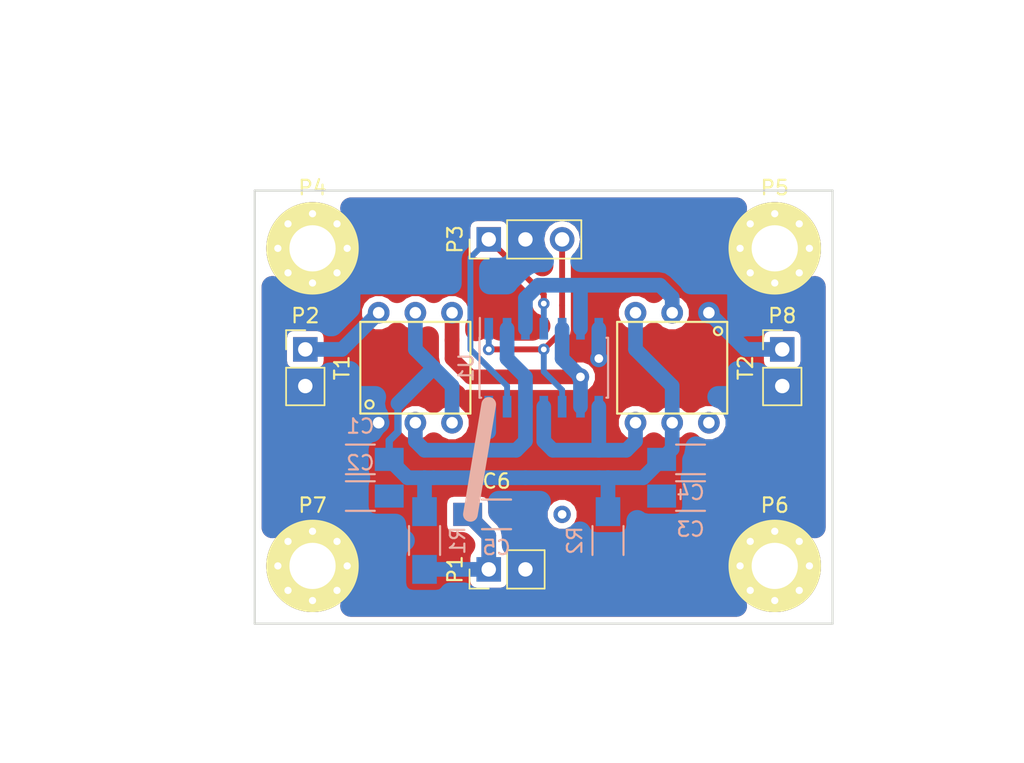
<source format=kicad_pcb>
(kicad_pcb (version 4) (host pcbnew 4.0.5-e0-6337~49~ubuntu16.04.1)

  (general
    (links 44)
    (no_connects 11)
    (area 100.564999 70.204999 140.715001 100.355001)
    (thickness 1.6)
    (drawings 16)
    (tracks 87)
    (zones 0)
    (modules 19)
    (nets 12)
  )

  (page A4)
  (title_block
    (title Schaltmischer)
    (date 2018-04-15)
    (rev A)
    (company "Jonas Gappert")
  )

  (layers
    (0 F.Cu signal)
    (31 B.Cu signal)
    (32 B.Adhes user)
    (33 F.Adhes user)
    (34 B.Paste user)
    (35 F.Paste user)
    (36 B.SilkS user)
    (37 F.SilkS user)
    (38 B.Mask user)
    (39 F.Mask user)
    (40 Dwgs.User user)
    (41 Cmts.User user)
    (42 Eco1.User user)
    (43 Eco2.User user)
    (44 Edge.Cuts user)
    (45 Margin user)
    (46 B.CrtYd user)
    (47 F.CrtYd user)
    (48 B.Fab user)
    (49 F.Fab user)
  )

  (setup
    (last_trace_width 1.016)
    (user_trace_width 0.254)
    (user_trace_width 0.4064)
    (user_trace_width 0.508)
    (user_trace_width 0.762)
    (user_trace_width 1.016)
    (trace_clearance 0.2032)
    (zone_clearance 0.4)
    (zone_45_only yes)
    (trace_min 0.2032)
    (segment_width 0.2)
    (edge_width 0.15)
    (via_size 0.8128)
    (via_drill 0.4064)
    (via_min_size 0.762)
    (via_min_drill 0.381)
    (user_via 0.8 0.4)
    (user_via 1.2 0.6)
    (uvia_size 0.3)
    (uvia_drill 0.1)
    (uvias_allowed no)
    (uvia_min_size 0)
    (uvia_min_drill 0)
    (pcb_text_width 0.3)
    (pcb_text_size 1.5 1.5)
    (mod_edge_width 0.15)
    (mod_text_size 1 1)
    (mod_text_width 0.15)
    (pad_size 1.524 1.524)
    (pad_drill 0.762)
    (pad_to_mask_clearance 0.2)
    (aux_axis_origin 0 0)
    (grid_origin 104.14 81.28)
    (visible_elements FFFFFF7F)
    (pcbplotparams
      (layerselection 0x00030_80000001)
      (usegerberextensions false)
      (excludeedgelayer true)
      (linewidth 0.100000)
      (plotframeref false)
      (viasonmask false)
      (mode 1)
      (useauxorigin false)
      (hpglpennumber 1)
      (hpglpenspeed 20)
      (hpglpendiameter 15)
      (hpglpenoverlay 2)
      (psnegative false)
      (psa4output false)
      (plotreference true)
      (plotvalue true)
      (plotinvisibletext false)
      (padsonsilk false)
      (subtractmaskfromsilk false)
      (outputformat 5)
      (mirror false)
      (drillshape 0)
      (scaleselection 1)
      (outputdirectory /home/jonas/Schaltmischer/Schaltmischer/))
  )

  (net 0 "")
  (net 1 GND)
  (net 2 "Net-(C1-Pad1)")
  (net 3 +5V)
  (net 4 IN)
  (net 5 SW1)
  (net 6 SW2)
  (net 7 OUT)
  (net 8 "Net-(T1-Pad3)")
  (net 9 "Net-(T2-Pad3)")
  (net 10 "Net-(T1-Pad5)")
  (net 11 "Net-(T2-Pad5)")

  (net_class Default "This is the default net class."
    (clearance 0.2032)
    (trace_width 0.2032)
    (via_dia 0.8128)
    (via_drill 0.4064)
    (uvia_dia 0.3)
    (uvia_drill 0.1)
    (add_net +5V)
    (add_net GND)
    (add_net IN)
    (add_net "Net-(C1-Pad1)")
    (add_net "Net-(T1-Pad3)")
    (add_net "Net-(T1-Pad5)")
    (add_net "Net-(T2-Pad3)")
    (add_net "Net-(T2-Pad5)")
    (add_net OUT)
    (add_net SW1)
    (add_net SW2)
  )

  (module Capacitors_SMD:C_1206_HandSoldering (layer B.Cu) (tedit 541A9C03) (tstamp 5AD8C127)
    (at 130.81 88.9)
    (descr "Capacitor SMD 1206, hand soldering")
    (tags "capacitor 1206")
    (path /5AD282B6)
    (attr smd)
    (fp_text reference C4 (at 0 2.3) (layer B.SilkS)
      (effects (font (size 1 1) (thickness 0.15)) (justify mirror))
    )
    (fp_text value 10n (at 0 -2.3) (layer B.Fab)
      (effects (font (size 1 1) (thickness 0.15)) (justify mirror))
    )
    (fp_line (start -1.6 -0.8) (end -1.6 0.8) (layer B.Fab) (width 0.15))
    (fp_line (start 1.6 -0.8) (end -1.6 -0.8) (layer B.Fab) (width 0.15))
    (fp_line (start 1.6 0.8) (end 1.6 -0.8) (layer B.Fab) (width 0.15))
    (fp_line (start -1.6 0.8) (end 1.6 0.8) (layer B.Fab) (width 0.15))
    (fp_line (start -3.3 1.15) (end 3.3 1.15) (layer B.CrtYd) (width 0.05))
    (fp_line (start -3.3 -1.15) (end 3.3 -1.15) (layer B.CrtYd) (width 0.05))
    (fp_line (start -3.3 1.15) (end -3.3 -1.15) (layer B.CrtYd) (width 0.05))
    (fp_line (start 3.3 1.15) (end 3.3 -1.15) (layer B.CrtYd) (width 0.05))
    (fp_line (start 1 1.025) (end -1 1.025) (layer B.SilkS) (width 0.15))
    (fp_line (start -1 -1.025) (end 1 -1.025) (layer B.SilkS) (width 0.15))
    (pad 1 smd rect (at -2 0) (size 2 1.6) (layers B.Cu B.Paste B.Mask)
      (net 2 "Net-(C1-Pad1)"))
    (pad 2 smd rect (at 2 0) (size 2 1.6) (layers B.Cu B.Paste B.Mask)
      (net 1 GND))
    (model Capacitors_SMD.3dshapes/C_1206_HandSoldering.wrl
      (at (xyz 0 0 0))
      (scale (xyz 1 1 1))
      (rotate (xyz 0 0 0))
    )
  )

  (module Capacitors_SMD:C_1206_HandSoldering (layer B.Cu) (tedit 541A9C03) (tstamp 5AD8C12D)
    (at 117.38 92.71)
    (descr "Capacitor SMD 1206, hand soldering")
    (tags "capacitor 1206")
    (path /5AD2C348)
    (attr smd)
    (fp_text reference C5 (at 0 2.3) (layer B.SilkS)
      (effects (font (size 1 1) (thickness 0.15)) (justify mirror))
    )
    (fp_text value 10n (at 0 -2.3) (layer B.Fab)
      (effects (font (size 1 1) (thickness 0.15)) (justify mirror))
    )
    (fp_line (start -1.6 -0.8) (end -1.6 0.8) (layer B.Fab) (width 0.15))
    (fp_line (start 1.6 -0.8) (end -1.6 -0.8) (layer B.Fab) (width 0.15))
    (fp_line (start 1.6 0.8) (end 1.6 -0.8) (layer B.Fab) (width 0.15))
    (fp_line (start -1.6 0.8) (end 1.6 0.8) (layer B.Fab) (width 0.15))
    (fp_line (start -3.3 1.15) (end 3.3 1.15) (layer B.CrtYd) (width 0.05))
    (fp_line (start -3.3 -1.15) (end 3.3 -1.15) (layer B.CrtYd) (width 0.05))
    (fp_line (start -3.3 1.15) (end -3.3 -1.15) (layer B.CrtYd) (width 0.05))
    (fp_line (start 3.3 1.15) (end 3.3 -1.15) (layer B.CrtYd) (width 0.05))
    (fp_line (start 1 1.025) (end -1 1.025) (layer B.SilkS) (width 0.15))
    (fp_line (start -1 -1.025) (end 1 -1.025) (layer B.SilkS) (width 0.15))
    (pad 1 smd rect (at -2 0) (size 2 1.6) (layers B.Cu B.Paste B.Mask)
      (net 3 +5V))
    (pad 2 smd rect (at 2 0) (size 2 1.6) (layers B.Cu B.Paste B.Mask)
      (net 1 GND))
    (model Capacitors_SMD.3dshapes/C_1206_HandSoldering.wrl
      (at (xyz 0 0 0))
      (scale (xyz 1 1 1))
      (rotate (xyz 0 0 0))
    )
  )

  (module Pin_Headers:Pin_Header_Straight_1x02_Pitch2.54mm (layer F.Cu) (tedit 59650532) (tstamp 5AD8C143)
    (at 116.84 96.52 90)
    (descr "Through hole straight pin header, 1x02, 2.54mm pitch, single row")
    (tags "Through hole pin header THT 1x02 2.54mm single row")
    (path /5AD3295E)
    (fp_text reference P1 (at 0 -2.33 90) (layer F.SilkS)
      (effects (font (size 1 1) (thickness 0.15)))
    )
    (fp_text value Power (at 0 4.87 90) (layer F.Fab)
      (effects (font (size 1 1) (thickness 0.15)))
    )
    (fp_line (start -0.635 -1.27) (end 1.27 -1.27) (layer F.Fab) (width 0.1))
    (fp_line (start 1.27 -1.27) (end 1.27 3.81) (layer F.Fab) (width 0.1))
    (fp_line (start 1.27 3.81) (end -1.27 3.81) (layer F.Fab) (width 0.1))
    (fp_line (start -1.27 3.81) (end -1.27 -0.635) (layer F.Fab) (width 0.1))
    (fp_line (start -1.27 -0.635) (end -0.635 -1.27) (layer F.Fab) (width 0.1))
    (fp_line (start -1.33 3.87) (end 1.33 3.87) (layer F.SilkS) (width 0.12))
    (fp_line (start -1.33 1.27) (end -1.33 3.87) (layer F.SilkS) (width 0.12))
    (fp_line (start 1.33 1.27) (end 1.33 3.87) (layer F.SilkS) (width 0.12))
    (fp_line (start -1.33 1.27) (end 1.33 1.27) (layer F.SilkS) (width 0.12))
    (fp_line (start -1.33 0) (end -1.33 -1.33) (layer F.SilkS) (width 0.12))
    (fp_line (start -1.33 -1.33) (end 0 -1.33) (layer F.SilkS) (width 0.12))
    (fp_line (start -1.8 -1.8) (end -1.8 4.35) (layer F.CrtYd) (width 0.05))
    (fp_line (start -1.8 4.35) (end 1.8 4.35) (layer F.CrtYd) (width 0.05))
    (fp_line (start 1.8 4.35) (end 1.8 -1.8) (layer F.CrtYd) (width 0.05))
    (fp_line (start 1.8 -1.8) (end -1.8 -1.8) (layer F.CrtYd) (width 0.05))
    (fp_text user %R (at 0 1.27 180) (layer F.Fab)
      (effects (font (size 1 1) (thickness 0.15)))
    )
    (pad 1 thru_hole rect (at 0 0 90) (size 1.7 1.7) (drill 1) (layers *.Cu *.Mask)
      (net 3 +5V))
    (pad 2 thru_hole oval (at 0 2.54 90) (size 1.7 1.7) (drill 1) (layers *.Cu *.Mask)
      (net 1 GND))
    (model ${KISYS3DMOD}/Pin_Headers.3dshapes/Pin_Header_Straight_1x02_Pitch2.54mm.wrl
      (at (xyz 0 0 0))
      (scale (xyz 1 1 1))
      (rotate (xyz 0 0 0))
    )
  )

  (module Pin_Headers:Pin_Header_Straight_1x02_Pitch2.54mm (layer F.Cu) (tedit 59650532) (tstamp 5AD8C159)
    (at 104.14 81.28)
    (descr "Through hole straight pin header, 1x02, 2.54mm pitch, single row")
    (tags "Through hole pin header THT 1x02 2.54mm single row")
    (path /5AD2F4C3)
    (fp_text reference P2 (at 0 -2.33) (layer F.SilkS)
      (effects (font (size 1 1) (thickness 0.15)))
    )
    (fp_text value IN (at 0 4.87) (layer F.Fab)
      (effects (font (size 1 1) (thickness 0.15)))
    )
    (fp_line (start -0.635 -1.27) (end 1.27 -1.27) (layer F.Fab) (width 0.1))
    (fp_line (start 1.27 -1.27) (end 1.27 3.81) (layer F.Fab) (width 0.1))
    (fp_line (start 1.27 3.81) (end -1.27 3.81) (layer F.Fab) (width 0.1))
    (fp_line (start -1.27 3.81) (end -1.27 -0.635) (layer F.Fab) (width 0.1))
    (fp_line (start -1.27 -0.635) (end -0.635 -1.27) (layer F.Fab) (width 0.1))
    (fp_line (start -1.33 3.87) (end 1.33 3.87) (layer F.SilkS) (width 0.12))
    (fp_line (start -1.33 1.27) (end -1.33 3.87) (layer F.SilkS) (width 0.12))
    (fp_line (start 1.33 1.27) (end 1.33 3.87) (layer F.SilkS) (width 0.12))
    (fp_line (start -1.33 1.27) (end 1.33 1.27) (layer F.SilkS) (width 0.12))
    (fp_line (start -1.33 0) (end -1.33 -1.33) (layer F.SilkS) (width 0.12))
    (fp_line (start -1.33 -1.33) (end 0 -1.33) (layer F.SilkS) (width 0.12))
    (fp_line (start -1.8 -1.8) (end -1.8 4.35) (layer F.CrtYd) (width 0.05))
    (fp_line (start -1.8 4.35) (end 1.8 4.35) (layer F.CrtYd) (width 0.05))
    (fp_line (start 1.8 4.35) (end 1.8 -1.8) (layer F.CrtYd) (width 0.05))
    (fp_line (start 1.8 -1.8) (end -1.8 -1.8) (layer F.CrtYd) (width 0.05))
    (fp_text user %R (at 0 1.27 90) (layer F.Fab)
      (effects (font (size 1 1) (thickness 0.15)))
    )
    (pad 1 thru_hole rect (at 0 0) (size 1.7 1.7) (drill 1) (layers *.Cu *.Mask)
      (net 4 IN))
    (pad 2 thru_hole oval (at 0 2.54) (size 1.7 1.7) (drill 1) (layers *.Cu *.Mask)
      (net 1 GND))
    (model ${KISYS3DMOD}/Pin_Headers.3dshapes/Pin_Header_Straight_1x02_Pitch2.54mm.wrl
      (at (xyz 0 0 0))
      (scale (xyz 1 1 1))
      (rotate (xyz 0 0 0))
    )
  )

  (module Pin_Headers:Pin_Header_Straight_1x03_Pitch2.54mm (layer F.Cu) (tedit 59650532) (tstamp 5AD8C170)
    (at 116.84 73.66 90)
    (descr "Through hole straight pin header, 1x03, 2.54mm pitch, single row")
    (tags "Through hole pin header THT 1x03 2.54mm single row")
    (path /5AD310CD)
    (fp_text reference P3 (at 0 -2.33 90) (layer F.SilkS)
      (effects (font (size 1 1) (thickness 0.15)))
    )
    (fp_text value Takt (at 0 7.41 90) (layer F.Fab)
      (effects (font (size 1 1) (thickness 0.15)))
    )
    (fp_line (start -0.635 -1.27) (end 1.27 -1.27) (layer F.Fab) (width 0.1))
    (fp_line (start 1.27 -1.27) (end 1.27 6.35) (layer F.Fab) (width 0.1))
    (fp_line (start 1.27 6.35) (end -1.27 6.35) (layer F.Fab) (width 0.1))
    (fp_line (start -1.27 6.35) (end -1.27 -0.635) (layer F.Fab) (width 0.1))
    (fp_line (start -1.27 -0.635) (end -0.635 -1.27) (layer F.Fab) (width 0.1))
    (fp_line (start -1.33 6.41) (end 1.33 6.41) (layer F.SilkS) (width 0.12))
    (fp_line (start -1.33 1.27) (end -1.33 6.41) (layer F.SilkS) (width 0.12))
    (fp_line (start 1.33 1.27) (end 1.33 6.41) (layer F.SilkS) (width 0.12))
    (fp_line (start -1.33 1.27) (end 1.33 1.27) (layer F.SilkS) (width 0.12))
    (fp_line (start -1.33 0) (end -1.33 -1.33) (layer F.SilkS) (width 0.12))
    (fp_line (start -1.33 -1.33) (end 0 -1.33) (layer F.SilkS) (width 0.12))
    (fp_line (start -1.8 -1.8) (end -1.8 6.85) (layer F.CrtYd) (width 0.05))
    (fp_line (start -1.8 6.85) (end 1.8 6.85) (layer F.CrtYd) (width 0.05))
    (fp_line (start 1.8 6.85) (end 1.8 -1.8) (layer F.CrtYd) (width 0.05))
    (fp_line (start 1.8 -1.8) (end -1.8 -1.8) (layer F.CrtYd) (width 0.05))
    (fp_text user %R (at 0 2.54 180) (layer F.Fab)
      (effects (font (size 1 1) (thickness 0.15)))
    )
    (pad 1 thru_hole rect (at 0 0 90) (size 1.7 1.7) (drill 1) (layers *.Cu *.Mask)
      (net 5 SW1))
    (pad 2 thru_hole oval (at 0 2.54 90) (size 1.7 1.7) (drill 1) (layers *.Cu *.Mask)
      (net 1 GND))
    (pad 3 thru_hole oval (at 0 5.08 90) (size 1.7 1.7) (drill 1) (layers *.Cu *.Mask)
      (net 6 SW2))
    (model ${KISYS3DMOD}/Pin_Headers.3dshapes/Pin_Header_Straight_1x03_Pitch2.54mm.wrl
      (at (xyz 0 0 0))
      (scale (xyz 1 1 1))
      (rotate (xyz 0 0 0))
    )
  )

  (module Pin_Headers:Pin_Header_Straight_1x02_Pitch2.54mm (layer F.Cu) (tedit 59650532) (tstamp 5AD8C186)
    (at 137.16 81.28)
    (descr "Through hole straight pin header, 1x02, 2.54mm pitch, single row")
    (tags "Through hole pin header THT 1x02 2.54mm single row")
    (path /5AD30156)
    (fp_text reference P8 (at 0 -2.33) (layer F.SilkS)
      (effects (font (size 1 1) (thickness 0.15)))
    )
    (fp_text value OUT (at 0 4.87) (layer F.Fab)
      (effects (font (size 1 1) (thickness 0.15)))
    )
    (fp_line (start -0.635 -1.27) (end 1.27 -1.27) (layer F.Fab) (width 0.1))
    (fp_line (start 1.27 -1.27) (end 1.27 3.81) (layer F.Fab) (width 0.1))
    (fp_line (start 1.27 3.81) (end -1.27 3.81) (layer F.Fab) (width 0.1))
    (fp_line (start -1.27 3.81) (end -1.27 -0.635) (layer F.Fab) (width 0.1))
    (fp_line (start -1.27 -0.635) (end -0.635 -1.27) (layer F.Fab) (width 0.1))
    (fp_line (start -1.33 3.87) (end 1.33 3.87) (layer F.SilkS) (width 0.12))
    (fp_line (start -1.33 1.27) (end -1.33 3.87) (layer F.SilkS) (width 0.12))
    (fp_line (start 1.33 1.27) (end 1.33 3.87) (layer F.SilkS) (width 0.12))
    (fp_line (start -1.33 1.27) (end 1.33 1.27) (layer F.SilkS) (width 0.12))
    (fp_line (start -1.33 0) (end -1.33 -1.33) (layer F.SilkS) (width 0.12))
    (fp_line (start -1.33 -1.33) (end 0 -1.33) (layer F.SilkS) (width 0.12))
    (fp_line (start -1.8 -1.8) (end -1.8 4.35) (layer F.CrtYd) (width 0.05))
    (fp_line (start -1.8 4.35) (end 1.8 4.35) (layer F.CrtYd) (width 0.05))
    (fp_line (start 1.8 4.35) (end 1.8 -1.8) (layer F.CrtYd) (width 0.05))
    (fp_line (start 1.8 -1.8) (end -1.8 -1.8) (layer F.CrtYd) (width 0.05))
    (fp_text user %R (at 0 1.27 90) (layer F.Fab)
      (effects (font (size 1 1) (thickness 0.15)))
    )
    (pad 1 thru_hole rect (at 0 0) (size 1.7 1.7) (drill 1) (layers *.Cu *.Mask)
      (net 7 OUT))
    (pad 2 thru_hole oval (at 0 2.54) (size 1.7 1.7) (drill 1) (layers *.Cu *.Mask)
      (net 1 GND))
    (model ${KISYS3DMOD}/Pin_Headers.3dshapes/Pin_Header_Straight_1x02_Pitch2.54mm.wrl
      (at (xyz 0 0 0))
      (scale (xyz 1 1 1))
      (rotate (xyz 0 0 0))
    )
  )

  (module Resistors_SMD:R_1206_HandSoldering (layer B.Cu) (tedit 5418A20D) (tstamp 5AD8C18C)
    (at 125.095 94.52 270)
    (descr "Resistor SMD 1206, hand soldering")
    (tags "resistor 1206")
    (path /5AD29945)
    (attr smd)
    (fp_text reference R2 (at 0 2.3 270) (layer B.SilkS)
      (effects (font (size 1 1) (thickness 0.15)) (justify mirror))
    )
    (fp_text value 1k5 (at 0 -2.3 270) (layer B.Fab)
      (effects (font (size 1 1) (thickness 0.15)) (justify mirror))
    )
    (fp_line (start -3.3 1.2) (end 3.3 1.2) (layer B.CrtYd) (width 0.05))
    (fp_line (start -3.3 -1.2) (end 3.3 -1.2) (layer B.CrtYd) (width 0.05))
    (fp_line (start -3.3 1.2) (end -3.3 -1.2) (layer B.CrtYd) (width 0.05))
    (fp_line (start 3.3 1.2) (end 3.3 -1.2) (layer B.CrtYd) (width 0.05))
    (fp_line (start 1 -1.075) (end -1 -1.075) (layer B.SilkS) (width 0.15))
    (fp_line (start -1 1.075) (end 1 1.075) (layer B.SilkS) (width 0.15))
    (pad 1 smd rect (at -2 0 270) (size 2 1.7) (layers B.Cu B.Paste B.Mask)
      (net 2 "Net-(C1-Pad1)"))
    (pad 2 smd rect (at 2 0 270) (size 2 1.7) (layers B.Cu B.Paste B.Mask)
      (net 1 GND))
    (model Resistors_SMD.3dshapes/R_1206_HandSoldering.wrl
      (at (xyz 0 0 0))
      (scale (xyz 1 1 1))
      (rotate (xyz 0 0 0))
    )
  )

  (module Resistors_SMD:R_1206_HandSoldering (layer B.Cu) (tedit 5418A20D) (tstamp 5AD8C192)
    (at 112.395 94.52 90)
    (descr "Resistor SMD 1206, hand soldering")
    (tags "resistor 1206")
    (path /5AD2AC0C)
    (attr smd)
    (fp_text reference R1 (at 0 2.3 90) (layer B.SilkS)
      (effects (font (size 1 1) (thickness 0.15)) (justify mirror))
    )
    (fp_text value 3k3 (at 0 -2.3 90) (layer B.Fab)
      (effects (font (size 1 1) (thickness 0.15)) (justify mirror))
    )
    (fp_line (start -3.3 1.2) (end 3.3 1.2) (layer B.CrtYd) (width 0.05))
    (fp_line (start -3.3 -1.2) (end 3.3 -1.2) (layer B.CrtYd) (width 0.05))
    (fp_line (start -3.3 1.2) (end -3.3 -1.2) (layer B.CrtYd) (width 0.05))
    (fp_line (start 3.3 1.2) (end 3.3 -1.2) (layer B.CrtYd) (width 0.05))
    (fp_line (start 1 -1.075) (end -1 -1.075) (layer B.SilkS) (width 0.15))
    (fp_line (start -1 1.075) (end 1 1.075) (layer B.SilkS) (width 0.15))
    (pad 1 smd rect (at -2 0 90) (size 2 1.7) (layers B.Cu B.Paste B.Mask)
      (net 3 +5V))
    (pad 2 smd rect (at 2 0 90) (size 2 1.7) (layers B.Cu B.Paste B.Mask)
      (net 2 "Net-(C1-Pad1)"))
    (model Resistors_SMD.3dshapes/R_1206_HandSoldering.wrl
      (at (xyz 0 0 0))
      (scale (xyz 1 1 1))
      (rotate (xyz 0 0 0))
    )
  )

  (module HF_Transformers:T-622 (layer F.Cu) (tedit 5AD25848) (tstamp 5AD8C1A1)
    (at 111.76 82.55)
    (path /5AD259DF)
    (fp_text reference T1 (at -5.08 0 90) (layer F.SilkS)
      (effects (font (size 1 1) (thickness 0.15)))
    )
    (fp_text value Übertrager (at 0 0 90) (layer F.Fab)
      (effects (font (size 1 1) (thickness 0.15)))
    )
    (fp_circle (center -3.175 2.54) (end -3.048 2.794) (layer F.SilkS) (width 0.15))
    (fp_line (start -3.81 3.175) (end -3.81 -3.175) (layer F.SilkS) (width 0.15))
    (fp_line (start 3.81 3.175) (end -3.81 3.175) (layer F.SilkS) (width 0.15))
    (fp_line (start 3.81 -3.175) (end 3.81 3.175) (layer F.SilkS) (width 0.15))
    (fp_line (start -3.81 -3.175) (end 3.81 -3.175) (layer F.SilkS) (width 0.15))
    (pad 1 thru_hole circle (at -2.54 -3.81) (size 1.5 1.5) (drill 0.8) (layers *.Cu *.Mask)
      (net 4 IN))
    (pad 2 thru_hole circle (at 0 -3.81) (size 1.5 1.5) (drill 0.8) (layers *.Cu *.Mask)
      (net 2 "Net-(C1-Pad1)"))
    (pad 3 thru_hole circle (at 2.54 -3.81) (size 1.5 1.5) (drill 0.8) (layers *.Cu *.Mask)
      (net 8 "Net-(T1-Pad3)"))
    (pad 4 thru_hole circle (at 2.54 3.81) (size 1.5 1.5) (drill 0.8) (layers *.Cu *.Mask)
      (net 2 "Net-(C1-Pad1)"))
    (pad 5 thru_hole circle (at 0 3.81) (size 1.5 1.5) (drill 0.8) (layers *.Cu *.Mask)
      (net 10 "Net-(T1-Pad5)"))
    (pad 6 thru_hole circle (at -2.54 3.81) (size 1.5 1.5) (drill 0.8) (layers *.Cu *.Mask)
      (net 1 GND))
  )

  (module HF_Transformers:T-622 (layer F.Cu) (tedit 5AD25848) (tstamp 5AD8C1B0)
    (at 129.54 82.55 180)
    (path /5AD25A86)
    (fp_text reference T2 (at -5.08 0 270) (layer F.SilkS)
      (effects (font (size 1 1) (thickness 0.15)))
    )
    (fp_text value Übertrager (at 0 0 270) (layer F.Fab)
      (effects (font (size 1 1) (thickness 0.15)))
    )
    (fp_circle (center -3.175 2.54) (end -3.048 2.794) (layer F.SilkS) (width 0.15))
    (fp_line (start -3.81 3.175) (end -3.81 -3.175) (layer F.SilkS) (width 0.15))
    (fp_line (start 3.81 3.175) (end -3.81 3.175) (layer F.SilkS) (width 0.15))
    (fp_line (start 3.81 -3.175) (end 3.81 3.175) (layer F.SilkS) (width 0.15))
    (fp_line (start -3.81 -3.175) (end 3.81 -3.175) (layer F.SilkS) (width 0.15))
    (pad 1 thru_hole circle (at -2.54 -3.81 180) (size 1.5 1.5) (drill 0.8) (layers *.Cu *.Mask)
      (net 7 OUT))
    (pad 2 thru_hole circle (at 0 -3.81 180) (size 1.5 1.5) (drill 0.8) (layers *.Cu *.Mask)
      (net 2 "Net-(C1-Pad1)"))
    (pad 3 thru_hole circle (at 2.54 -3.81 180) (size 1.5 1.5) (drill 0.8) (layers *.Cu *.Mask)
      (net 9 "Net-(T2-Pad3)"))
    (pad 4 thru_hole circle (at 2.54 3.81 180) (size 1.5 1.5) (drill 0.8) (layers *.Cu *.Mask)
      (net 2 "Net-(C1-Pad1)"))
    (pad 5 thru_hole circle (at 0 3.81 180) (size 1.5 1.5) (drill 0.8) (layers *.Cu *.Mask)
      (net 11 "Net-(T2-Pad5)"))
    (pad 6 thru_hole circle (at -2.54 3.81 180) (size 1.5 1.5) (drill 0.8) (layers *.Cu *.Mask)
      (net 1 GND))
  )

  (module Housings_SOIC:SOIC-14_3.9x8.7mm_Pitch1.27mm (layer B.Cu) (tedit 574D9791) (tstamp 5AD8C1C2)
    (at 120.65 82.55 270)
    (descr "14-Lead Plastic Small Outline (SL) - Narrow, 3.90 mm Body [SOIC] (see Microchip Packaging Specification 00000049BS.pdf)")
    (tags "SOIC 1.27")
    (path /5AD24E27)
    (attr smd)
    (fp_text reference U1 (at 0 5.375 270) (layer B.SilkS)
      (effects (font (size 1 1) (thickness 0.15)) (justify mirror))
    )
    (fp_text value FST3125 (at 0 -5.375 270) (layer B.Fab)
      (effects (font (size 1 1) (thickness 0.15)) (justify mirror))
    )
    (fp_line (start -0.95 4.35) (end 1.95 4.35) (layer B.Fab) (width 0.15))
    (fp_line (start 1.95 4.35) (end 1.95 -4.35) (layer B.Fab) (width 0.15))
    (fp_line (start 1.95 -4.35) (end -1.95 -4.35) (layer B.Fab) (width 0.15))
    (fp_line (start -1.95 -4.35) (end -1.95 3.35) (layer B.Fab) (width 0.15))
    (fp_line (start -1.95 3.35) (end -0.95 4.35) (layer B.Fab) (width 0.15))
    (fp_line (start -3.7 4.65) (end -3.7 -4.65) (layer B.CrtYd) (width 0.05))
    (fp_line (start 3.7 4.65) (end 3.7 -4.65) (layer B.CrtYd) (width 0.05))
    (fp_line (start -3.7 4.65) (end 3.7 4.65) (layer B.CrtYd) (width 0.05))
    (fp_line (start -3.7 -4.65) (end 3.7 -4.65) (layer B.CrtYd) (width 0.05))
    (fp_line (start -2.075 4.45) (end -2.075 4.425) (layer B.SilkS) (width 0.15))
    (fp_line (start 2.075 4.45) (end 2.075 4.335) (layer B.SilkS) (width 0.15))
    (fp_line (start 2.075 -4.45) (end 2.075 -4.335) (layer B.SilkS) (width 0.15))
    (fp_line (start -2.075 -4.45) (end -2.075 -4.335) (layer B.SilkS) (width 0.15))
    (fp_line (start -2.075 4.45) (end 2.075 4.45) (layer B.SilkS) (width 0.15))
    (fp_line (start -2.075 -4.45) (end 2.075 -4.45) (layer B.SilkS) (width 0.15))
    (fp_line (start -2.075 4.425) (end -3.45 4.425) (layer B.SilkS) (width 0.15))
    (pad 1 smd rect (at -2.7 3.81 270) (size 1.5 0.6) (layers B.Cu B.Paste B.Mask)
      (net 6 SW2))
    (pad 2 smd rect (at -2.7 2.54 270) (size 1.5 0.6) (layers B.Cu B.Paste B.Mask)
      (net 10 "Net-(T1-Pad5)"))
    (pad 3 smd rect (at -2.7 1.27 270) (size 1.5 0.6) (layers B.Cu B.Paste B.Mask)
      (net 9 "Net-(T2-Pad3)"))
    (pad 4 smd rect (at -2.7 0 270) (size 1.5 0.6) (layers B.Cu B.Paste B.Mask)
      (net 5 SW1))
    (pad 5 smd rect (at -2.7 -1.27 270) (size 1.5 0.6) (layers B.Cu B.Paste B.Mask)
      (net 8 "Net-(T1-Pad3)"))
    (pad 6 smd rect (at -2.7 -2.54 270) (size 1.5 0.6) (layers B.Cu B.Paste B.Mask)
      (net 9 "Net-(T2-Pad3)"))
    (pad 7 smd rect (at -2.7 -3.81 270) (size 1.5 0.6) (layers B.Cu B.Paste B.Mask)
      (net 1 GND))
    (pad 8 smd rect (at 2.7 -3.81 270) (size 1.5 0.6) (layers B.Cu B.Paste B.Mask)
      (net 11 "Net-(T2-Pad5)"))
    (pad 9 smd rect (at 2.7 -2.54 270) (size 1.5 0.6) (layers B.Cu B.Paste B.Mask)
      (net 8 "Net-(T1-Pad3)"))
    (pad 10 smd rect (at 2.7 -1.27 270) (size 1.5 0.6) (layers B.Cu B.Paste B.Mask)
      (net 6 SW2))
    (pad 11 smd rect (at 2.7 0 270) (size 1.5 0.6) (layers B.Cu B.Paste B.Mask)
      (net 11 "Net-(T2-Pad5)"))
    (pad 12 smd rect (at 2.7 1.27 270) (size 1.5 0.6) (layers B.Cu B.Paste B.Mask)
      (net 10 "Net-(T1-Pad5)"))
    (pad 13 smd rect (at 2.7 2.54 270) (size 1.5 0.6) (layers B.Cu B.Paste B.Mask)
      (net 5 SW1))
    (pad 14 smd rect (at 2.7 3.81 270) (size 1.5 0.6) (layers B.Cu B.Paste B.Mask)
      (net 3 +5V))
    (model Housings_SOIC.3dshapes/SOIC-14_3.9x8.7mm_Pitch1.27mm.wrl
      (at (xyz 0 0 0))
      (scale (xyz 1 1 1))
      (rotate (xyz 0 0 0))
    )
  )

  (module Mounting_Holes:MountingHole_3.2mm_M3_Pad_Via (layer F.Cu) (tedit 56DDBCCA) (tstamp 5AD35E69)
    (at 104.64 74.28)
    (descr "Mounting Hole 3.2mm, M3")
    (tags "mounting hole 3.2mm m3")
    (path /5AD32637)
    (fp_text reference P4 (at 0 -4.2) (layer F.SilkS)
      (effects (font (size 1 1) (thickness 0.15)))
    )
    (fp_text value GND (at 0 4.2) (layer F.Fab)
      (effects (font (size 1 1) (thickness 0.15)))
    )
    (fp_circle (center 0 0) (end 3.2 0) (layer Cmts.User) (width 0.15))
    (fp_circle (center 0 0) (end 3.45 0) (layer F.CrtYd) (width 0.05))
    (pad 1 thru_hole circle (at 0 0) (size 6.4 6.4) (drill 3.2) (layers *.Cu *.Mask F.SilkS)
      (net 1 GND))
    (pad "" thru_hole circle (at 2.4 0) (size 0.6 0.6) (drill 0.5) (layers *.Cu *.Mask))
    (pad "" thru_hole circle (at 1.697056 1.697056) (size 0.6 0.6) (drill 0.5) (layers *.Cu *.Mask))
    (pad "" thru_hole circle (at 0 2.4) (size 0.6 0.6) (drill 0.5) (layers *.Cu *.Mask))
    (pad "" thru_hole circle (at -1.697056 1.697056) (size 0.6 0.6) (drill 0.5) (layers *.Cu *.Mask))
    (pad "" thru_hole circle (at -2.4 0) (size 0.6 0.6) (drill 0.5) (layers *.Cu *.Mask))
    (pad "" thru_hole circle (at -1.697056 -1.697056) (size 0.6 0.6) (drill 0.5) (layers *.Cu *.Mask))
    (pad "" thru_hole circle (at 0 -2.4) (size 0.6 0.6) (drill 0.5) (layers *.Cu *.Mask))
    (pad "" thru_hole circle (at 1.697056 -1.697056) (size 0.6 0.6) (drill 0.5) (layers *.Cu *.Mask))
  )

  (module Mounting_Holes:MountingHole_3.2mm_M3_Pad_Via (layer F.Cu) (tedit 56DDBCCA) (tstamp 5AD35E78)
    (at 136.64 74.28)
    (descr "Mounting Hole 3.2mm, M3")
    (tags "mounting hole 3.2mm m3")
    (path /5AD32C6F)
    (fp_text reference P5 (at 0 -4.2) (layer F.SilkS)
      (effects (font (size 1 1) (thickness 0.15)))
    )
    (fp_text value GND (at 0 4.2) (layer F.Fab)
      (effects (font (size 1 1) (thickness 0.15)))
    )
    (fp_circle (center 0 0) (end 3.2 0) (layer Cmts.User) (width 0.15))
    (fp_circle (center 0 0) (end 3.45 0) (layer F.CrtYd) (width 0.05))
    (pad 1 thru_hole circle (at 0 0) (size 6.4 6.4) (drill 3.2) (layers *.Cu *.Mask F.SilkS)
      (net 1 GND))
    (pad "" thru_hole circle (at 2.4 0) (size 0.6 0.6) (drill 0.5) (layers *.Cu *.Mask))
    (pad "" thru_hole circle (at 1.697056 1.697056) (size 0.6 0.6) (drill 0.5) (layers *.Cu *.Mask))
    (pad "" thru_hole circle (at 0 2.4) (size 0.6 0.6) (drill 0.5) (layers *.Cu *.Mask))
    (pad "" thru_hole circle (at -1.697056 1.697056) (size 0.6 0.6) (drill 0.5) (layers *.Cu *.Mask))
    (pad "" thru_hole circle (at -2.4 0) (size 0.6 0.6) (drill 0.5) (layers *.Cu *.Mask))
    (pad "" thru_hole circle (at -1.697056 -1.697056) (size 0.6 0.6) (drill 0.5) (layers *.Cu *.Mask))
    (pad "" thru_hole circle (at 0 -2.4) (size 0.6 0.6) (drill 0.5) (layers *.Cu *.Mask))
    (pad "" thru_hole circle (at 1.697056 -1.697056) (size 0.6 0.6) (drill 0.5) (layers *.Cu *.Mask))
  )

  (module Mounting_Holes:MountingHole_3.2mm_M3_Pad_Via (layer F.Cu) (tedit 56DDBCCA) (tstamp 5AD35E87)
    (at 136.64 96.28)
    (descr "Mounting Hole 3.2mm, M3")
    (tags "mounting hole 3.2mm m3")
    (path /5AD32CC0)
    (fp_text reference P6 (at 0 -4.2) (layer F.SilkS)
      (effects (font (size 1 1) (thickness 0.15)))
    )
    (fp_text value GND (at 0 4.2) (layer F.Fab)
      (effects (font (size 1 1) (thickness 0.15)))
    )
    (fp_circle (center 0 0) (end 3.2 0) (layer Cmts.User) (width 0.15))
    (fp_circle (center 0 0) (end 3.45 0) (layer F.CrtYd) (width 0.05))
    (pad 1 thru_hole circle (at 0 0) (size 6.4 6.4) (drill 3.2) (layers *.Cu *.Mask F.SilkS)
      (net 1 GND))
    (pad "" thru_hole circle (at 2.4 0) (size 0.6 0.6) (drill 0.5) (layers *.Cu *.Mask))
    (pad "" thru_hole circle (at 1.697056 1.697056) (size 0.6 0.6) (drill 0.5) (layers *.Cu *.Mask))
    (pad "" thru_hole circle (at 0 2.4) (size 0.6 0.6) (drill 0.5) (layers *.Cu *.Mask))
    (pad "" thru_hole circle (at -1.697056 1.697056) (size 0.6 0.6) (drill 0.5) (layers *.Cu *.Mask))
    (pad "" thru_hole circle (at -2.4 0) (size 0.6 0.6) (drill 0.5) (layers *.Cu *.Mask))
    (pad "" thru_hole circle (at -1.697056 -1.697056) (size 0.6 0.6) (drill 0.5) (layers *.Cu *.Mask))
    (pad "" thru_hole circle (at 0 -2.4) (size 0.6 0.6) (drill 0.5) (layers *.Cu *.Mask))
    (pad "" thru_hole circle (at 1.697056 -1.697056) (size 0.6 0.6) (drill 0.5) (layers *.Cu *.Mask))
  )

  (module Mounting_Holes:MountingHole_3.2mm_M3_Pad_Via (layer F.Cu) (tedit 56DDBCCA) (tstamp 5AD35E96)
    (at 104.64 96.28)
    (descr "Mounting Hole 3.2mm, M3")
    (tags "mounting hole 3.2mm m3")
    (path /5AD32D0C)
    (fp_text reference P7 (at 0 -4.2) (layer F.SilkS)
      (effects (font (size 1 1) (thickness 0.15)))
    )
    (fp_text value GND (at 0 4.2) (layer F.Fab)
      (effects (font (size 1 1) (thickness 0.15)))
    )
    (fp_circle (center 0 0) (end 3.2 0) (layer Cmts.User) (width 0.15))
    (fp_circle (center 0 0) (end 3.45 0) (layer F.CrtYd) (width 0.05))
    (pad 1 thru_hole circle (at 0 0) (size 6.4 6.4) (drill 3.2) (layers *.Cu *.Mask F.SilkS)
      (net 1 GND))
    (pad "" thru_hole circle (at 2.4 0) (size 0.6 0.6) (drill 0.5) (layers *.Cu *.Mask))
    (pad "" thru_hole circle (at 1.697056 1.697056) (size 0.6 0.6) (drill 0.5) (layers *.Cu *.Mask))
    (pad "" thru_hole circle (at 0 2.4) (size 0.6 0.6) (drill 0.5) (layers *.Cu *.Mask))
    (pad "" thru_hole circle (at -1.697056 1.697056) (size 0.6 0.6) (drill 0.5) (layers *.Cu *.Mask))
    (pad "" thru_hole circle (at -2.4 0) (size 0.6 0.6) (drill 0.5) (layers *.Cu *.Mask))
    (pad "" thru_hole circle (at -1.697056 -1.697056) (size 0.6 0.6) (drill 0.5) (layers *.Cu *.Mask))
    (pad "" thru_hole circle (at 0 -2.4) (size 0.6 0.6) (drill 0.5) (layers *.Cu *.Mask))
    (pad "" thru_hole circle (at 1.697056 -1.697056) (size 0.6 0.6) (drill 0.5) (layers *.Cu *.Mask))
  )

  (module Capacitors_SMD:C_1206_HandSoldering (layer B.Cu) (tedit 541A9C03) (tstamp 5AD48C3A)
    (at 107.95 88.9 180)
    (descr "Capacitor SMD 1206, hand soldering")
    (tags "capacitor 1206")
    (path /5AD4A587)
    (attr smd)
    (fp_text reference C1 (at 0 2.3 180) (layer B.SilkS)
      (effects (font (size 1 1) (thickness 0.15)) (justify mirror))
    )
    (fp_text value 10n (at 0 -2.3 180) (layer B.Fab)
      (effects (font (size 1 1) (thickness 0.15)) (justify mirror))
    )
    (fp_line (start -1.6 -0.8) (end -1.6 0.8) (layer B.Fab) (width 0.15))
    (fp_line (start 1.6 -0.8) (end -1.6 -0.8) (layer B.Fab) (width 0.15))
    (fp_line (start 1.6 0.8) (end 1.6 -0.8) (layer B.Fab) (width 0.15))
    (fp_line (start -1.6 0.8) (end 1.6 0.8) (layer B.Fab) (width 0.15))
    (fp_line (start -3.3 1.15) (end 3.3 1.15) (layer B.CrtYd) (width 0.05))
    (fp_line (start -3.3 -1.15) (end 3.3 -1.15) (layer B.CrtYd) (width 0.05))
    (fp_line (start -3.3 1.15) (end -3.3 -1.15) (layer B.CrtYd) (width 0.05))
    (fp_line (start 3.3 1.15) (end 3.3 -1.15) (layer B.CrtYd) (width 0.05))
    (fp_line (start 1 1.025) (end -1 1.025) (layer B.SilkS) (width 0.15))
    (fp_line (start -1 -1.025) (end 1 -1.025) (layer B.SilkS) (width 0.15))
    (pad 1 smd rect (at -2 0 180) (size 2 1.6) (layers B.Cu B.Paste B.Mask)
      (net 2 "Net-(C1-Pad1)"))
    (pad 2 smd rect (at 2 0 180) (size 2 1.6) (layers B.Cu B.Paste B.Mask)
      (net 1 GND))
    (model Capacitors_SMD.3dshapes/C_1206_HandSoldering.wrl
      (at (xyz 0 0 0))
      (scale (xyz 1 1 1))
      (rotate (xyz 0 0 0))
    )
  )

  (module Capacitors_SMD:C_1206_HandSoldering (layer B.Cu) (tedit 541A9C03) (tstamp 5AD48C4A)
    (at 107.95 91.44 180)
    (descr "Capacitor SMD 1206, hand soldering")
    (tags "capacitor 1206")
    (path /5AD4AB21)
    (attr smd)
    (fp_text reference C2 (at 0 2.3 180) (layer B.SilkS)
      (effects (font (size 1 1) (thickness 0.15)) (justify mirror))
    )
    (fp_text value 1µ (at 0 -2.3 180) (layer B.Fab)
      (effects (font (size 1 1) (thickness 0.15)) (justify mirror))
    )
    (fp_line (start -1.6 -0.8) (end -1.6 0.8) (layer B.Fab) (width 0.15))
    (fp_line (start 1.6 -0.8) (end -1.6 -0.8) (layer B.Fab) (width 0.15))
    (fp_line (start 1.6 0.8) (end 1.6 -0.8) (layer B.Fab) (width 0.15))
    (fp_line (start -1.6 0.8) (end 1.6 0.8) (layer B.Fab) (width 0.15))
    (fp_line (start -3.3 1.15) (end 3.3 1.15) (layer B.CrtYd) (width 0.05))
    (fp_line (start -3.3 -1.15) (end 3.3 -1.15) (layer B.CrtYd) (width 0.05))
    (fp_line (start -3.3 1.15) (end -3.3 -1.15) (layer B.CrtYd) (width 0.05))
    (fp_line (start 3.3 1.15) (end 3.3 -1.15) (layer B.CrtYd) (width 0.05))
    (fp_line (start 1 1.025) (end -1 1.025) (layer B.SilkS) (width 0.15))
    (fp_line (start -1 -1.025) (end 1 -1.025) (layer B.SilkS) (width 0.15))
    (pad 1 smd rect (at -2 0 180) (size 2 1.6) (layers B.Cu B.Paste B.Mask)
      (net 2 "Net-(C1-Pad1)"))
    (pad 2 smd rect (at 2 0 180) (size 2 1.6) (layers B.Cu B.Paste B.Mask)
      (net 1 GND))
    (model Capacitors_SMD.3dshapes/C_1206_HandSoldering.wrl
      (at (xyz 0 0 0))
      (scale (xyz 1 1 1))
      (rotate (xyz 0 0 0))
    )
  )

  (module Capacitors_SMD:C_1206_HandSoldering (layer B.Cu) (tedit 541A9C03) (tstamp 5AD48C5A)
    (at 130.81 91.44)
    (descr "Capacitor SMD 1206, hand soldering")
    (tags "capacitor 1206")
    (path /5AD4BFCB)
    (attr smd)
    (fp_text reference C3 (at 0 2.3) (layer B.SilkS)
      (effects (font (size 1 1) (thickness 0.15)) (justify mirror))
    )
    (fp_text value 1µ (at 0 -2.3) (layer B.Fab)
      (effects (font (size 1 1) (thickness 0.15)) (justify mirror))
    )
    (fp_line (start -1.6 -0.8) (end -1.6 0.8) (layer B.Fab) (width 0.15))
    (fp_line (start 1.6 -0.8) (end -1.6 -0.8) (layer B.Fab) (width 0.15))
    (fp_line (start 1.6 0.8) (end 1.6 -0.8) (layer B.Fab) (width 0.15))
    (fp_line (start -1.6 0.8) (end 1.6 0.8) (layer B.Fab) (width 0.15))
    (fp_line (start -3.3 1.15) (end 3.3 1.15) (layer B.CrtYd) (width 0.05))
    (fp_line (start -3.3 -1.15) (end 3.3 -1.15) (layer B.CrtYd) (width 0.05))
    (fp_line (start -3.3 1.15) (end -3.3 -1.15) (layer B.CrtYd) (width 0.05))
    (fp_line (start 3.3 1.15) (end 3.3 -1.15) (layer B.CrtYd) (width 0.05))
    (fp_line (start 1 1.025) (end -1 1.025) (layer B.SilkS) (width 0.15))
    (fp_line (start -1 -1.025) (end 1 -1.025) (layer B.SilkS) (width 0.15))
    (pad 1 smd rect (at -2 0) (size 2 1.6) (layers B.Cu B.Paste B.Mask)
      (net 2 "Net-(C1-Pad1)"))
    (pad 2 smd rect (at 2 0) (size 2 1.6) (layers B.Cu B.Paste B.Mask)
      (net 1 GND))
    (model Capacitors_SMD.3dshapes/C_1206_HandSoldering.wrl
      (at (xyz 0 0 0))
      (scale (xyz 1 1 1))
      (rotate (xyz 0 0 0))
    )
  )

  (module Capacitors_SMD:C_1206_HandSoldering (layer F.Cu) (tedit 541A9C03) (tstamp 5AD48C6A)
    (at 117.38 92.71)
    (descr "Capacitor SMD 1206, hand soldering")
    (tags "capacitor 1206")
    (path /5AD48BF1)
    (attr smd)
    (fp_text reference C6 (at 0 -2.3) (layer F.SilkS)
      (effects (font (size 1 1) (thickness 0.15)))
    )
    (fp_text value 10µ (at 0 2.3) (layer F.Fab)
      (effects (font (size 1 1) (thickness 0.15)))
    )
    (fp_line (start -1.6 0.8) (end -1.6 -0.8) (layer F.Fab) (width 0.15))
    (fp_line (start 1.6 0.8) (end -1.6 0.8) (layer F.Fab) (width 0.15))
    (fp_line (start 1.6 -0.8) (end 1.6 0.8) (layer F.Fab) (width 0.15))
    (fp_line (start -1.6 -0.8) (end 1.6 -0.8) (layer F.Fab) (width 0.15))
    (fp_line (start -3.3 -1.15) (end 3.3 -1.15) (layer F.CrtYd) (width 0.05))
    (fp_line (start -3.3 1.15) (end 3.3 1.15) (layer F.CrtYd) (width 0.05))
    (fp_line (start -3.3 -1.15) (end -3.3 1.15) (layer F.CrtYd) (width 0.05))
    (fp_line (start 3.3 -1.15) (end 3.3 1.15) (layer F.CrtYd) (width 0.05))
    (fp_line (start 1 -1.025) (end -1 -1.025) (layer F.SilkS) (width 0.15))
    (fp_line (start -1 1.025) (end 1 1.025) (layer F.SilkS) (width 0.15))
    (pad 1 smd rect (at -2 0) (size 2 1.6) (layers F.Cu F.Paste F.Mask)
      (net 3 +5V))
    (pad 2 smd rect (at 2 0) (size 2 1.6) (layers F.Cu F.Paste F.Mask)
      (net 1 GND))
    (model Capacitors_SMD.3dshapes/C_1206_HandSoldering.wrl
      (at (xyz 0 0 0))
      (scale (xyz 1 1 1))
      (rotate (xyz 0 0 0))
    )
  )

  (gr_line (start 116.84 85.09) (end 116.84 86.995) (layer B.Mask) (width 1.016))
  (dimension 7 (width 0.3) (layer Eco1.User)
    (gr_text "7,0 mm" (at 144.99 77.78 90) (layer Eco1.User)
      (effects (font (size 1.2 1.2) (thickness 0.3)))
    )
    (feature1 (pts (xy 140.64 74.28) (xy 146.34 74.28)))
    (feature2 (pts (xy 140.64 81.28) (xy 146.34 81.28)))
    (crossbar (pts (xy 143.64 81.28) (xy 143.64 74.28)))
    (arrow1a (pts (xy 143.64 74.28) (xy 144.226421 75.406504)))
    (arrow1b (pts (xy 143.64 74.28) (xy 143.053579 75.406504)))
    (arrow2a (pts (xy 143.64 81.28) (xy 144.226421 80.153496)))
    (arrow2b (pts (xy 143.64 81.28) (xy 143.053579 80.153496)))
  )
  (dimension 0.5 (width 0.3) (layer Eco1.User)
    (gr_text "0,5 mm" (at 100 104.63) (layer Eco1.User)
      (effects (font (size 1.2 1.2) (thickness 0.3)))
    )
    (feature1 (pts (xy 104.64 100.28) (xy 104.64 105.98)))
    (feature2 (pts (xy 104.14 100.28) (xy 104.14 105.98)))
    (crossbar (pts (xy 104.14 103.28) (xy 104.64 103.28)))
    (arrow1a (pts (xy 104.64 103.28) (xy 103.513496 103.866421)))
    (arrow1b (pts (xy 104.64 103.28) (xy 103.513496 102.693579)))
    (arrow2a (pts (xy 104.14 103.28) (xy 105.266504 103.866421)))
    (arrow2b (pts (xy 104.14 103.28) (xy 105.266504 102.693579)))
  )
  (dimension 15.24 (width 0.3) (layer Eco1.User)
    (gr_text "15,24 mm" (at 151.21 88.9 90) (layer Eco1.User)
      (effects (font (size 1.5 1.5) (thickness 0.3)))
    )
    (feature1 (pts (xy 142.24 81.28) (xy 152.56 81.28)))
    (feature2 (pts (xy 142.24 96.52) (xy 152.56 96.52)))
    (crossbar (pts (xy 149.86 96.52) (xy 149.86 81.28)))
    (arrow1a (pts (xy 149.86 81.28) (xy 150.446421 82.406504)))
    (arrow1b (pts (xy 149.86 81.28) (xy 149.273579 82.406504)))
    (arrow2a (pts (xy 149.86 96.52) (xy 150.446421 95.393496)))
    (arrow2b (pts (xy 149.86 96.52) (xy 149.273579 95.393496)))
  )
  (dimension 7.62 (width 0.3) (layer Eco1.User)
    (gr_text "7,62 mm" (at 151.21 77.47 90) (layer Eco1.User)
      (effects (font (size 1.2 1.2) (thickness 0.3)))
    )
    (feature1 (pts (xy 142.24 73.66) (xy 152.56 73.66)))
    (feature2 (pts (xy 142.24 81.28) (xy 152.56 81.28)))
    (crossbar (pts (xy 149.86 81.28) (xy 149.86 73.66)))
    (arrow1a (pts (xy 149.86 73.66) (xy 150.446421 74.786504)))
    (arrow1b (pts (xy 149.86 73.66) (xy 149.273579 74.786504)))
    (arrow2a (pts (xy 149.86 81.28) (xy 150.446421 80.153496)))
    (arrow2b (pts (xy 149.86 81.28) (xy 149.273579 80.153496)))
  )
  (dimension 20.32 (width 0.3) (layer Eco1.User)
    (gr_text "20,32 mm" (at 127 110.57) (layer Eco1.User)
      (effects (font (size 1.2 1.2) (thickness 0.3)))
    )
    (feature1 (pts (xy 137.16 101.6) (xy 137.16 111.92)))
    (feature2 (pts (xy 116.84 101.6) (xy 116.84 111.92)))
    (crossbar (pts (xy 116.84 109.22) (xy 137.16 109.22)))
    (arrow1a (pts (xy 137.16 109.22) (xy 136.033496 109.806421)))
    (arrow1b (pts (xy 137.16 109.22) (xy 136.033496 108.633579)))
    (arrow2a (pts (xy 116.84 109.22) (xy 117.966504 109.806421)))
    (arrow2b (pts (xy 116.84 109.22) (xy 117.966504 108.633579)))
  )
  (dimension 12.7 (width 0.3) (layer Eco1.User)
    (gr_text "12,7 mm" (at 110.49 110.57) (layer Eco1.User)
      (effects (font (size 1.2 1.2) (thickness 0.3)))
    )
    (feature1 (pts (xy 116.84 101.6) (xy 116.84 111.92)))
    (feature2 (pts (xy 104.14 101.6) (xy 104.14 111.92)))
    (crossbar (pts (xy 104.14 109.22) (xy 116.84 109.22)))
    (arrow1a (pts (xy 116.84 109.22) (xy 115.713496 109.806421)))
    (arrow1b (pts (xy 116.84 109.22) (xy 115.713496 108.633579)))
    (arrow2a (pts (xy 104.14 109.22) (xy 105.266504 109.806421)))
    (arrow2b (pts (xy 104.14 109.22) (xy 105.266504 108.633579)))
  )
  (dimension 40 (width 0.3) (layer Eco1.User)
    (gr_text "40,0 mm" (at 120.64 58.93) (layer Eco1.User)
      (effects (font (size 1.5 1.5) (thickness 0.3)))
    )
    (feature1 (pts (xy 140.64 70.28) (xy 140.64 57.58)))
    (feature2 (pts (xy 100.64 70.28) (xy 100.64 57.58)))
    (crossbar (pts (xy 100.64 60.28) (xy 140.64 60.28)))
    (arrow1a (pts (xy 140.64 60.28) (xy 139.513496 60.866421)))
    (arrow1b (pts (xy 140.64 60.28) (xy 139.513496 59.693579)))
    (arrow2a (pts (xy 100.64 60.28) (xy 101.766504 60.866421)))
    (arrow2b (pts (xy 100.64 60.28) (xy 101.766504 59.693579)))
  )
  (dimension 30 (width 0.3) (layer Eco1.User)
    (gr_text "30,0 mm" (at 89.29 85.28 90) (layer Eco1.User)
      (effects (font (size 1.5 1.5) (thickness 0.3)))
    )
    (feature1 (pts (xy 100.64 70.28) (xy 87.94 70.28)))
    (feature2 (pts (xy 100.64 100.28) (xy 87.94 100.28)))
    (crossbar (pts (xy 90.64 100.28) (xy 90.64 70.28)))
    (arrow1a (pts (xy 90.64 70.28) (xy 91.226421 71.406504)))
    (arrow1b (pts (xy 90.64 70.28) (xy 90.053579 71.406504)))
    (arrow2a (pts (xy 90.64 100.28) (xy 91.226421 99.153496)))
    (arrow2b (pts (xy 90.64 100.28) (xy 90.053579 99.153496)))
  )
  (dimension 22 (width 0.3) (layer Eco1.User)
    (gr_text "22,0 mm" (at 94.29 85.28 90) (layer Eco1.User)
      (effects (font (size 1.5 1.5) (thickness 0.3)))
    )
    (feature1 (pts (xy 104.64 74.28) (xy 92.94 74.28)))
    (feature2 (pts (xy 104.64 96.28) (xy 92.94 96.28)))
    (crossbar (pts (xy 95.64 96.28) (xy 95.64 74.28)))
    (arrow1a (pts (xy 95.64 74.28) (xy 96.226421 75.406504)))
    (arrow1b (pts (xy 95.64 74.28) (xy 95.053579 75.406504)))
    (arrow2a (pts (xy 95.64 96.28) (xy 96.226421 95.153496)))
    (arrow2b (pts (xy 95.64 96.28) (xy 95.053579 95.153496)))
  )
  (dimension 32 (width 0.3) (layer Eco1.User)
    (gr_text "32,0 mm" (at 120.64 63.93) (layer Eco1.User)
      (effects (font (size 1.5 1.5) (thickness 0.3)))
    )
    (feature1 (pts (xy 136.64 74.28) (xy 136.64 62.58)))
    (feature2 (pts (xy 104.64 74.28) (xy 104.64 62.58)))
    (crossbar (pts (xy 104.64 65.28) (xy 136.64 65.28)))
    (arrow1a (pts (xy 136.64 65.28) (xy 135.513496 65.866421)))
    (arrow1b (pts (xy 136.64 65.28) (xy 135.513496 64.693579)))
    (arrow2a (pts (xy 104.64 65.28) (xy 105.766504 65.866421)))
    (arrow2b (pts (xy 104.64 65.28) (xy 105.766504 64.693579)))
  )
  (gr_line (start 100.64 100.28) (end 100.64 70.28) (layer Edge.Cuts) (width 0.15))
  (gr_line (start 140.64 100.28) (end 100.64 100.28) (layer Edge.Cuts) (width 0.15))
  (gr_line (start 140.64 70.28) (end 140.64 100.28) (layer Edge.Cuts) (width 0.15))
  (gr_line (start 100.64 70.28) (end 140.64 70.28) (layer Edge.Cuts) (width 0.15))
  (gr_line (start 116.84 85.09) (end 115.57 92.71) (layer B.SilkS) (width 1.016))

  (via (at 121.92 92.71) (size 1.2) (drill 0.6) (layers F.Cu B.Cu) (net 0))
  (via (at 124.46 81.915) (size 1.2) (drill 0.6) (layers F.Cu B.Cu) (net 1))
  (segment (start 124.46 79.85) (end 124.46 81.915) (width 1.016) (layer B.Cu) (net 1))
  (segment (start 134.62 81.28) (end 132.08 78.74) (width 1.016) (layer B.Cu) (net 1))
  (segment (start 119.38 90.17) (end 113.03 90.17) (width 1.016) (layer B.Cu) (net 2))
  (segment (start 124.46 90.17) (end 119.38 90.17) (width 1.016) (layer B.Cu) (net 2))
  (segment (start 127.54 90.17) (end 125.095 90.17) (width 1.016) (layer B.Cu) (net 2))
  (segment (start 125.095 90.17) (end 124.46 90.17) (width 1.016) (layer B.Cu) (net 2))
  (segment (start 125.095 92.52) (end 125.095 90.504) (width 1.016) (layer B.Cu) (net 2))
  (segment (start 125.095 90.504) (end 125.095 90.17) (width 1.016) (layer B.Cu) (net 2))
  (segment (start 113.03 90.17) (end 112.395 90.17) (width 1.016) (layer B.Cu) (net 2))
  (segment (start 112.395 92.52) (end 112.395 90.17) (width 1.016) (layer B.Cu) (net 2))
  (segment (start 112.395 90.17) (end 111.22 90.17) (width 1.016) (layer B.Cu) (net 2))
  (segment (start 128.81 88.9) (end 127.54 90.17) (width 1.016) (layer B.Cu) (net 2))
  (segment (start 111.22 90.17) (end 109.95 88.9) (width 1.016) (layer B.Cu) (net 2))
  (segment (start 110.552799 85.027201) (end 113.03 82.55) (width 1.016) (layer B.Cu) (net 2))
  (segment (start 129.54 86.36) (end 129.54 88.17) (width 1.016) (layer B.Cu) (net 2))
  (segment (start 129.54 88.17) (end 128.81 88.9) (width 1.016) (layer B.Cu) (net 2))
  (segment (start 111.76 81.28) (end 113.03 82.55) (width 1.016) (layer B.Cu) (net 2))
  (segment (start 113.03 82.55) (end 114.3 83.82) (width 1.016) (layer B.Cu) (net 2))
  (segment (start 109.95 88.9) (end 109.95 87.592) (width 0.508) (layer B.Cu) (net 2))
  (segment (start 109.95 87.592) (end 110.552799 86.989201) (width 0.508) (layer B.Cu) (net 2))
  (segment (start 110.552799 86.989201) (end 110.552799 85.027201) (width 0.508) (layer B.Cu) (net 2))
  (segment (start 111.76 78.74) (end 111.76 81.28) (width 1.016) (layer B.Cu) (net 2))
  (segment (start 114.3 83.82) (end 114.3 86.36) (width 1.016) (layer B.Cu) (net 2))
  (segment (start 129.54 83.82) (end 129.54 86.36) (width 1.016) (layer B.Cu) (net 2))
  (segment (start 127 78.74) (end 127 81.28) (width 1.016) (layer B.Cu) (net 2))
  (segment (start 127 81.28) (end 129.54 83.82) (width 1.016) (layer B.Cu) (net 2))
  (segment (start 116.84 96.52) (end 116.84 94.17) (width 1.016) (layer F.Cu) (net 3))
  (segment (start 116.84 94.17) (end 115.38 92.71) (width 1.016) (layer F.Cu) (net 3))
  (segment (start 116.84 85.25) (end 116.84 86.995) (width 1.016) (layer B.Cu) (net 3))
  (segment (start 112.395 96.52) (end 116.84 96.52) (width 1.016) (layer B.Cu) (net 3))
  (segment (start 116.84 96.52) (end 116.84 94.17) (width 1.016) (layer B.Cu) (net 3))
  (segment (start 116.84 94.17) (end 115.38 92.71) (width 1.016) (layer B.Cu) (net 3))
  (segment (start 104.14 81.28) (end 106.68 81.28) (width 1.016) (layer B.Cu) (net 4))
  (segment (start 106.68 81.28) (end 109.22 78.74) (width 1.016) (layer B.Cu) (net 4))
  (segment (start 118.11 85.25) (end 118.11 83.82) (width 0.4064) (layer B.Cu) (net 5))
  (segment (start 118.11 83.82) (end 115.57 81.28) (width 0.4064) (layer B.Cu) (net 5))
  (segment (start 115.57 81.28) (end 115.57 74.93) (width 0.4064) (layer B.Cu) (net 5))
  (segment (start 115.57 74.93) (end 116.84 73.66) (width 0.4064) (layer B.Cu) (net 5))
  (segment (start 120.65 78.105) (end 120.65 77.47) (width 0.4064) (layer F.Cu) (net 5))
  (segment (start 120.65 77.47) (end 116.84 73.66) (width 0.4064) (layer F.Cu) (net 5))
  (via (at 120.65 78.105) (size 0.8) (drill 0.4) (layers F.Cu B.Cu) (net 5))
  (segment (start 120.65 79.85) (end 120.65 78.105) (width 0.4064) (layer B.Cu) (net 5))
  (segment (start 116.84 81.28) (end 120.65 81.28) (width 0.4064) (layer F.Cu) (net 6))
  (segment (start 116.84 79.85) (end 116.84 81.28) (width 0.4064) (layer B.Cu) (net 6))
  (via (at 116.84 81.28) (size 0.8128) (drill 0.4064) (layers F.Cu B.Cu) (net 6))
  (segment (start 121.92 78.232) (end 121.92 73.66) (width 0.4064) (layer F.Cu) (net 6))
  (segment (start 121.92 80.01) (end 121.92 78.232) (width 0.4064) (layer F.Cu) (net 6))
  (segment (start 120.65 81.28) (end 121.92 80.01) (width 0.4064) (layer F.Cu) (net 6))
  (segment (start 121.8736 73.66) (end 121.92 73.66) (width 0.4064) (layer B.Cu) (net 6))
  (segment (start 121.92 84.0936) (end 120.65 82.8236) (width 0.4064) (layer B.Cu) (net 6))
  (segment (start 121.92 85.25) (end 121.92 84.0936) (width 0.4064) (layer B.Cu) (net 6))
  (segment (start 120.65 82.8236) (end 120.65 81.28) (width 0.4064) (layer B.Cu) (net 6))
  (via (at 120.65 81.28) (size 0.8) (drill 0.4) (layers F.Cu B.Cu) (net 6))
  (segment (start 137.16 81.28) (end 134.62 81.28) (width 1.016) (layer B.Cu) (net 7))
  (segment (start 123.19 83.185) (end 115.57 83.185) (width 1.016) (layer F.Cu) (net 8))
  (segment (start 115.57 83.185) (end 114.3 81.915) (width 1.016) (layer F.Cu) (net 8))
  (segment (start 114.3 81.915) (end 114.3 80.645) (width 1.016) (layer F.Cu) (net 8))
  (segment (start 114.3 80.645) (end 114.3 78.74) (width 1.016) (layer F.Cu) (net 8))
  (via (at 123.19 83.185) (size 1.2) (drill 0.6) (layers F.Cu B.Cu) (net 8))
  (segment (start 121.92 81.915) (end 122.555 82.55) (width 1.016) (layer B.Cu) (net 8))
  (segment (start 122.555 82.55) (end 123.19 83.185) (width 1.016) (layer B.Cu) (net 8))
  (segment (start 123.19 83.185) (end 123.19 85.25) (width 1.016) (layer B.Cu) (net 8))
  (segment (start 121.92 79.85) (end 121.92 81.915) (width 1.016) (layer B.Cu) (net 8))
  (segment (start 127 86.36) (end 127 87.63) (width 1.016) (layer B.Cu) (net 9))
  (segment (start 120.27542 76.835) (end 123.19 76.835) (width 1.016) (layer B.Cu) (net 9))
  (segment (start 119.38 77.73042) (end 120.27542 76.835) (width 1.016) (layer B.Cu) (net 9))
  (segment (start 119.38 79.85) (end 119.38 77.73042) (width 1.016) (layer B.Cu) (net 9))
  (segment (start 123.19 79.85) (end 123.19 76.835) (width 1.016) (layer B.Cu) (net 9))
  (segment (start 128.69566 76.835) (end 123.19 76.835) (width 1.016) (layer B.Cu) (net 9))
  (segment (start 129.54 77.67934) (end 128.69566 76.835) (width 1.016) (layer B.Cu) (net 9))
  (segment (start 126.365 88.265) (end 124.46 88.265) (width 1.016) (layer B.Cu) (net 9))
  (segment (start 124.46 88.265) (end 121.285 88.265) (width 1.016) (layer B.Cu) (net 9))
  (segment (start 127 87.63) (end 126.365 88.265) (width 1.016) (layer B.Cu) (net 9))
  (segment (start 121.285 88.265) (end 120.65 87.63) (width 1.016) (layer B.Cu) (net 9))
  (segment (start 118.11 79.85) (end 118.11 81.915) (width 1.016) (layer B.Cu) (net 10))
  (segment (start 118.11 81.915) (end 119.38 83.185) (width 1.016) (layer B.Cu) (net 10))
  (segment (start 119.38 83.185) (end 119.38 85.25) (width 1.016) (layer B.Cu) (net 10))
  (segment (start 111.76 86.36) (end 111.76 87.63) (width 1.016) (layer B.Cu) (net 10))
  (segment (start 119.38 87.63) (end 119.38 85.25) (width 1.016) (layer B.Cu) (net 10))
  (segment (start 111.76 87.63) (end 112.395 88.265) (width 1.016) (layer B.Cu) (net 10))
  (segment (start 112.395 88.265) (end 118.745 88.265) (width 1.016) (layer B.Cu) (net 10))
  (segment (start 118.745 88.265) (end 119.38 87.63) (width 1.016) (layer B.Cu) (net 10))
  (segment (start 124.46 85.25) (end 124.46 88.265) (width 1.016) (layer B.Cu) (net 11))
  (segment (start 120.65 87.63) (end 120.65 85.25) (width 1.016) (layer B.Cu) (net 11))
  (segment (start 129.54 78.74) (end 129.54 77.67934) (width 1.016) (layer B.Cu) (net 11))

  (zone (net 1) (net_name GND) (layer F.Cu) (tstamp 0) (hatch edge 0.508)
    (connect_pads yes (clearance 0.4))
    (min_thickness 1.5)
    (fill yes (arc_segments 16) (thermal_gap 0.508) (thermal_bridge_width 0.508) (smoothing fillet))
    (polygon
      (pts
        (xy 100.64 70.28) (xy 140.64 70.28) (xy 140.64 100.28) (xy 100.64 100.28)
      )
    )
    (filled_polygon
      (pts
        (xy 133.714411 71.760513) (xy 133.493196 72.293256) (xy 133.492693 72.870101) (xy 133.545555 72.998037) (xy 133.419714 73.050033)
        (xy 133.011467 73.457569) (xy 132.790252 73.990312) (xy 132.789749 74.567157) (xy 133.010033 75.100286) (xy 133.417569 75.508533)
        (xy 133.545412 75.561618) (xy 133.493196 75.687368) (xy 133.492693 76.264213) (xy 133.712977 76.797342) (xy 134.120513 77.205589)
        (xy 134.653256 77.426804) (xy 135.230101 77.427307) (xy 135.358037 77.374445) (xy 135.410033 77.500286) (xy 135.817569 77.908533)
        (xy 136.350312 78.129748) (xy 136.927157 78.130251) (xy 137.460286 77.909967) (xy 137.868533 77.502431) (xy 137.921618 77.374588)
        (xy 138.047368 77.426804) (xy 138.624213 77.427307) (xy 139.157342 77.207023) (xy 139.415 76.949814) (xy 139.415 93.61037)
        (xy 139.159487 93.354411) (xy 138.626744 93.133196) (xy 138.049899 93.132693) (xy 137.921963 93.185555) (xy 137.869967 93.059714)
        (xy 137.462431 92.651467) (xy 136.929688 92.430252) (xy 136.352843 92.429749) (xy 135.819714 92.650033) (xy 135.411467 93.057569)
        (xy 135.358382 93.185412) (xy 135.232632 93.133196) (xy 134.655787 93.132693) (xy 134.122658 93.352977) (xy 133.714411 93.760513)
        (xy 133.493196 94.293256) (xy 133.492693 94.870101) (xy 133.545555 94.998037) (xy 133.419714 95.050033) (xy 133.011467 95.457569)
        (xy 132.790252 95.990312) (xy 132.789749 96.567157) (xy 133.010033 97.100286) (xy 133.417569 97.508533) (xy 133.545412 97.561618)
        (xy 133.493196 97.687368) (xy 133.492693 98.264213) (xy 133.712977 98.797342) (xy 133.970186 99.055) (xy 107.30963 99.055)
        (xy 107.565589 98.799487) (xy 107.786804 98.266744) (xy 107.787307 97.689899) (xy 107.734445 97.561963) (xy 107.860286 97.509967)
        (xy 108.268533 97.102431) (xy 108.489748 96.569688) (xy 108.490251 95.992843) (xy 108.269967 95.459714) (xy 107.862431 95.051467)
        (xy 107.734588 94.998382) (xy 107.786804 94.872632) (xy 107.787307 94.295787) (xy 107.567023 93.762658) (xy 107.159487 93.354411)
        (xy 106.626744 93.133196) (xy 106.049899 93.132693) (xy 105.921963 93.185555) (xy 105.869967 93.059714) (xy 105.462431 92.651467)
        (xy 104.929688 92.430252) (xy 104.352843 92.429749) (xy 103.819714 92.650033) (xy 103.411467 93.057569) (xy 103.358382 93.185412)
        (xy 103.232632 93.133196) (xy 102.655787 93.132693) (xy 102.122658 93.352977) (xy 101.865 93.610186) (xy 101.865 91.91)
        (xy 113.207471 91.91) (xy 113.207471 93.51) (xy 113.287659 93.936164) (xy 113.539522 94.32757) (xy 113.923821 94.59015)
        (xy 114.38 94.682529) (xy 115.007763 94.682529) (xy 115.165256 94.840022) (xy 114.90985 95.213821) (xy 114.817471 95.67)
        (xy 114.817471 97.37) (xy 114.897659 97.796164) (xy 115.149522 98.18757) (xy 115.533821 98.45015) (xy 115.99 98.542529)
        (xy 117.69 98.542529) (xy 118.116164 98.462341) (xy 118.50757 98.210478) (xy 118.77015 97.826179) (xy 118.862529 97.37)
        (xy 118.862529 95.67) (xy 118.782341 95.243836) (xy 118.530478 94.85243) (xy 118.498 94.830239) (xy 118.498 94.17)
        (xy 118.371792 93.535511) (xy 118.051774 93.056569) (xy 120.169696 93.056569) (xy 120.435557 93.700001) (xy 120.92741 94.192713)
        (xy 121.570376 94.459696) (xy 122.266569 94.460304) (xy 122.910001 94.194443) (xy 123.402713 93.70259) (xy 123.669696 93.059624)
        (xy 123.670304 92.363431) (xy 123.404443 91.719999) (xy 122.91259 91.227287) (xy 122.269624 90.960304) (xy 121.573431 90.959696)
        (xy 120.929999 91.225557) (xy 120.437287 91.71741) (xy 120.170304 92.360376) (xy 120.169696 93.056569) (xy 118.051774 93.056569)
        (xy 118.012383 92.997617) (xy 117.552529 92.537763) (xy 117.552529 91.91) (xy 117.472341 91.483836) (xy 117.220478 91.09243)
        (xy 116.836179 90.82985) (xy 116.38 90.737471) (xy 114.38 90.737471) (xy 113.953836 90.817659) (xy 113.56243 91.069522)
        (xy 113.29985 91.453821) (xy 113.207471 91.91) (xy 101.865 91.91) (xy 101.865 80.43) (xy 102.117471 80.43)
        (xy 102.117471 82.13) (xy 102.197659 82.556164) (xy 102.449522 82.94757) (xy 102.833821 83.21015) (xy 103.29 83.302529)
        (xy 104.99 83.302529) (xy 105.416164 83.222341) (xy 105.80757 82.970478) (xy 106.07015 82.586179) (xy 106.162529 82.13)
        (xy 106.162529 80.43) (xy 106.082341 80.003836) (xy 105.830478 79.61243) (xy 105.446179 79.34985) (xy 104.99 79.257471)
        (xy 103.29 79.257471) (xy 102.863836 79.337659) (xy 102.47243 79.589522) (xy 102.20985 79.973821) (xy 102.117471 80.43)
        (xy 101.865 80.43) (xy 101.865 79.116275) (xy 107.319671 79.116275) (xy 107.608319 79.814857) (xy 108.142331 80.349802)
        (xy 108.840409 80.639669) (xy 109.596275 80.640329) (xy 110.294857 80.351681) (xy 110.489872 80.157006) (xy 110.682331 80.349802)
        (xy 111.380409 80.639669) (xy 112.136275 80.640329) (xy 112.642 80.431368) (xy 112.642 81.915) (xy 112.768208 82.549489)
        (xy 113.127617 83.087383) (xy 114.397617 84.357383) (xy 114.551522 84.460219) (xy 113.923725 84.459671) (xy 113.225143 84.748319)
        (xy 113.030128 84.942994) (xy 112.837669 84.750198) (xy 112.139591 84.460331) (xy 111.383725 84.459671) (xy 110.685143 84.748319)
        (xy 110.150198 85.282331) (xy 109.860331 85.980409) (xy 109.859671 86.736275) (xy 110.148319 87.434857) (xy 110.682331 87.969802)
        (xy 111.380409 88.259669) (xy 112.136275 88.260329) (xy 112.834857 87.971681) (xy 113.029872 87.777006) (xy 113.222331 87.969802)
        (xy 113.920409 88.259669) (xy 114.676275 88.260329) (xy 115.374857 87.971681) (xy 115.909802 87.437669) (xy 116.199669 86.739591)
        (xy 116.199671 86.736275) (xy 125.099671 86.736275) (xy 125.388319 87.434857) (xy 125.922331 87.969802) (xy 126.620409 88.259669)
        (xy 127.376275 88.260329) (xy 128.074857 87.971681) (xy 128.269872 87.777006) (xy 128.462331 87.969802) (xy 129.160409 88.259669)
        (xy 129.916275 88.260329) (xy 130.614857 87.971681) (xy 130.809872 87.777006) (xy 131.002331 87.969802) (xy 131.700409 88.259669)
        (xy 132.456275 88.260329) (xy 133.154857 87.971681) (xy 133.689802 87.437669) (xy 133.979669 86.739591) (xy 133.980329 85.983725)
        (xy 133.691681 85.285143) (xy 133.157669 84.750198) (xy 132.459591 84.460331) (xy 131.703725 84.459671) (xy 131.005143 84.748319)
        (xy 130.810128 84.942994) (xy 130.617669 84.750198) (xy 129.919591 84.460331) (xy 129.163725 84.459671) (xy 128.465143 84.748319)
        (xy 128.270128 84.942994) (xy 128.077669 84.750198) (xy 127.379591 84.460331) (xy 126.623725 84.459671) (xy 125.925143 84.748319)
        (xy 125.390198 85.282331) (xy 125.100331 85.980409) (xy 125.099671 86.736275) (xy 116.199671 86.736275) (xy 116.200329 85.983725)
        (xy 115.911681 85.285143) (xy 115.445609 84.818257) (xy 115.57 84.843) (xy 122.619548 84.843) (xy 122.840376 84.934696)
        (xy 123.536569 84.935304) (xy 124.180001 84.669443) (xy 124.672713 84.17759) (xy 124.939696 83.534624) (xy 124.940304 82.838431)
        (xy 124.674443 82.194999) (xy 124.18259 81.702287) (xy 123.539624 81.435304) (xy 122.843431 81.434696) (xy 122.620039 81.527)
        (xy 122.316714 81.527) (xy 122.876857 80.966857) (xy 123.170194 80.527848) (xy 123.2732 80.01) (xy 123.2732 79.116275)
        (xy 125.099671 79.116275) (xy 125.388319 79.814857) (xy 125.922331 80.349802) (xy 126.620409 80.639669) (xy 127.376275 80.640329)
        (xy 128.074857 80.351681) (xy 128.269872 80.157006) (xy 128.462331 80.349802) (xy 129.160409 80.639669) (xy 129.916275 80.640329)
        (xy 130.42531 80.43) (xy 135.137471 80.43) (xy 135.137471 82.13) (xy 135.217659 82.556164) (xy 135.469522 82.94757)
        (xy 135.853821 83.21015) (xy 136.31 83.302529) (xy 138.01 83.302529) (xy 138.436164 83.222341) (xy 138.82757 82.970478)
        (xy 139.09015 82.586179) (xy 139.182529 82.13) (xy 139.182529 80.43) (xy 139.102341 80.003836) (xy 138.850478 79.61243)
        (xy 138.466179 79.34985) (xy 138.01 79.257471) (xy 136.31 79.257471) (xy 135.883836 79.337659) (xy 135.49243 79.589522)
        (xy 135.22985 79.973821) (xy 135.137471 80.43) (xy 130.42531 80.43) (xy 130.614857 80.351681) (xy 131.149802 79.817669)
        (xy 131.439669 79.119591) (xy 131.440329 78.363725) (xy 131.151681 77.665143) (xy 130.617669 77.130198) (xy 129.919591 76.840331)
        (xy 129.163725 76.839671) (xy 128.465143 77.128319) (xy 128.270128 77.322994) (xy 128.077669 77.130198) (xy 127.379591 76.840331)
        (xy 126.623725 76.839671) (xy 125.925143 77.128319) (xy 125.390198 77.662331) (xy 125.100331 78.360409) (xy 125.099671 79.116275)
        (xy 123.2732 79.116275) (xy 123.2732 75.154164) (xy 123.334214 75.113396) (xy 123.767759 74.464549) (xy 123.92 73.699182)
        (xy 123.92 73.620818) (xy 123.767759 72.855451) (xy 123.334214 72.206604) (xy 122.685367 71.773059) (xy 121.92 71.620818)
        (xy 121.154633 71.773059) (xy 120.505786 72.206604) (xy 120.072241 72.855451) (xy 119.92 73.620818) (xy 119.92 73.699182)
        (xy 120.072241 74.464549) (xy 120.505786 75.113396) (xy 120.5668 75.154164) (xy 120.5668 75.473086) (xy 118.862529 73.768815)
        (xy 118.862529 72.81) (xy 118.782341 72.383836) (xy 118.530478 71.99243) (xy 118.146179 71.72985) (xy 117.69 71.637471)
        (xy 115.99 71.637471) (xy 115.563836 71.717659) (xy 115.17243 71.969522) (xy 114.90985 72.353821) (xy 114.817471 72.81)
        (xy 114.817471 74.51) (xy 114.897659 74.936164) (xy 115.149522 75.32757) (xy 115.533821 75.59015) (xy 115.99 75.682529)
        (xy 116.948815 75.682529) (xy 119.100236 77.83395) (xy 119.099732 78.411961) (xy 119.335208 78.981857) (xy 119.770849 79.41826)
        (xy 120.340333 79.65473) (xy 120.361537 79.654749) (xy 120.246781 79.769505) (xy 119.866098 79.9268) (xy 117.639655 79.9268)
        (xy 117.150945 79.72387) (xy 116.531771 79.72333) (xy 115.959522 79.959779) (xy 115.958 79.961298) (xy 115.958 79.701595)
        (xy 116.199669 79.119591) (xy 116.200329 78.363725) (xy 115.911681 77.665143) (xy 115.377669 77.130198) (xy 114.679591 76.840331)
        (xy 113.923725 76.839671) (xy 113.225143 77.128319) (xy 113.030128 77.322994) (xy 112.837669 77.130198) (xy 112.139591 76.840331)
        (xy 111.383725 76.839671) (xy 110.685143 77.128319) (xy 110.490128 77.322994) (xy 110.297669 77.130198) (xy 109.599591 76.840331)
        (xy 108.843725 76.839671) (xy 108.145143 77.128319) (xy 107.610198 77.662331) (xy 107.320331 78.360409) (xy 107.319671 79.116275)
        (xy 101.865 79.116275) (xy 101.865 76.94963) (xy 102.120513 77.205589) (xy 102.653256 77.426804) (xy 103.230101 77.427307)
        (xy 103.358037 77.374445) (xy 103.410033 77.500286) (xy 103.817569 77.908533) (xy 104.350312 78.129748) (xy 104.927157 78.130251)
        (xy 105.460286 77.909967) (xy 105.868533 77.502431) (xy 105.921618 77.374588) (xy 106.047368 77.426804) (xy 106.624213 77.427307)
        (xy 107.157342 77.207023) (xy 107.565589 76.799487) (xy 107.786804 76.266744) (xy 107.787307 75.689899) (xy 107.734445 75.561963)
        (xy 107.860286 75.509967) (xy 108.268533 75.102431) (xy 108.489748 74.569688) (xy 108.490251 73.992843) (xy 108.269967 73.459714)
        (xy 107.862431 73.051467) (xy 107.734588 72.998382) (xy 107.786804 72.872632) (xy 107.787307 72.295787) (xy 107.567023 71.762658)
        (xy 107.309814 71.505) (xy 133.97037 71.505)
      )
    )
    (filled_polygon
      (pts
        (xy 105.107089 95.40323) (xy 105.514625 95.811477) (xy 105.642468 95.864562) (xy 105.590252 95.990312) (xy 105.589749 96.567157)
        (xy 105.642611 96.695093) (xy 105.51677 96.747089) (xy 105.108523 97.154625) (xy 105.055438 97.282468) (xy 104.929688 97.230252)
        (xy 104.352843 97.229749) (xy 104.224907 97.282611) (xy 104.172911 97.15677) (xy 103.765375 96.748523) (xy 103.637532 96.695438)
        (xy 103.689748 96.569688) (xy 103.690251 95.992843) (xy 103.637389 95.864907) (xy 103.76323 95.812911) (xy 104.171477 95.405375)
        (xy 104.224562 95.277532) (xy 104.350312 95.329748) (xy 104.927157 95.330251) (xy 105.055093 95.277389)
      )
    )
    (filled_polygon
      (pts
        (xy 137.107089 95.40323) (xy 137.514625 95.811477) (xy 137.642468 95.864562) (xy 137.590252 95.990312) (xy 137.589749 96.567157)
        (xy 137.642611 96.695093) (xy 137.51677 96.747089) (xy 137.108523 97.154625) (xy 137.055438 97.282468) (xy 136.929688 97.230252)
        (xy 136.352843 97.229749) (xy 136.224907 97.282611) (xy 136.172911 97.15677) (xy 135.765375 96.748523) (xy 135.637532 96.695438)
        (xy 135.689748 96.569688) (xy 135.690251 95.992843) (xy 135.637389 95.864907) (xy 135.76323 95.812911) (xy 136.171477 95.405375)
        (xy 136.224562 95.277532) (xy 136.350312 95.329748) (xy 136.927157 95.330251) (xy 137.055093 95.277389)
      )
    )
    (filled_polygon
      (pts
        (xy 137.107089 73.40323) (xy 137.514625 73.811477) (xy 137.642468 73.864562) (xy 137.590252 73.990312) (xy 137.589749 74.567157)
        (xy 137.642611 74.695093) (xy 137.51677 74.747089) (xy 137.108523 75.154625) (xy 137.055438 75.282468) (xy 136.929688 75.230252)
        (xy 136.352843 75.229749) (xy 136.224907 75.282611) (xy 136.172911 75.15677) (xy 135.765375 74.748523) (xy 135.637532 74.695438)
        (xy 135.689748 74.569688) (xy 135.690251 73.992843) (xy 135.637389 73.864907) (xy 135.76323 73.812911) (xy 136.171477 73.405375)
        (xy 136.224562 73.277532) (xy 136.350312 73.329748) (xy 136.927157 73.330251) (xy 137.055093 73.277389)
      )
    )
    (filled_polygon
      (pts
        (xy 105.107089 73.40323) (xy 105.514625 73.811477) (xy 105.642468 73.864562) (xy 105.590252 73.990312) (xy 105.589749 74.567157)
        (xy 105.642611 74.695093) (xy 105.51677 74.747089) (xy 105.108523 75.154625) (xy 105.055438 75.282468) (xy 104.929688 75.230252)
        (xy 104.352843 75.229749) (xy 104.224907 75.282611) (xy 104.172911 75.15677) (xy 103.765375 74.748523) (xy 103.637532 74.695438)
        (xy 103.689748 74.569688) (xy 103.690251 73.992843) (xy 103.637389 73.864907) (xy 103.76323 73.812911) (xy 104.171477 73.405375)
        (xy 104.224562 73.277532) (xy 104.350312 73.329748) (xy 104.927157 73.330251) (xy 105.055093 73.277389)
      )
    )
  )
  (zone (net 1) (net_name GND) (layer B.Cu) (tstamp 5AD39CDE) (hatch edge 0.508)
    (connect_pads yes (clearance 0.4))
    (min_thickness 1.5)
    (fill yes (arc_segments 16) (thermal_gap 0.508) (thermal_bridge_width 0.508) (smoothing fillet))
    (polygon
      (pts
        (xy 100.64 70.28) (xy 140.64 70.28) (xy 140.64 100.28) (xy 100.64 100.28)
      )
    )
    (filled_polygon
      (pts
        (xy 107.259089 77.178208) (xy 107.2 77.47) (xy 107.2 78.415234) (xy 105.993234 79.622) (xy 105.836636 79.622)
        (xy 105.830478 79.61243) (xy 105.446179 79.34985) (xy 104.99 79.257471) (xy 103.29 79.257471) (xy 102.863836 79.337659)
        (xy 102.47243 79.589522) (xy 102.20985 79.973821) (xy 102.117471 80.43) (xy 102.117471 82.13) (xy 102.197659 82.556164)
        (xy 102.449522 82.94757) (xy 102.833821 83.21015) (xy 103.29 83.302529) (xy 104.99 83.302529) (xy 105.416164 83.222341)
        (xy 105.80757 82.970478) (xy 105.829761 82.938) (xy 106.68 82.938) (xy 107.2 82.834565) (xy 107.2 83.82)
        (xy 107.251292 84.092593) (xy 107.412394 84.342953) (xy 107.658208 84.510911) (xy 107.95 84.57) (xy 108.985742 84.57)
        (xy 108.894799 85.027201) (xy 109.021007 85.66169) (xy 109.148799 85.852944) (xy 109.148799 86.407645) (xy 108.957222 86.599222)
        (xy 108.70739 86.973121) (xy 108.523836 87.007659) (xy 108.13243 87.259522) (xy 107.86985 87.643821) (xy 107.777471 88.1)
        (xy 107.777471 89.7) (xy 107.857659 90.126164) (xy 107.882679 90.165046) (xy 107.86985 90.183821) (xy 107.777471 90.64)
        (xy 107.777471 92.24) (xy 107.857659 92.666164) (xy 108.109522 93.05757) (xy 108.493821 93.32015) (xy 108.95 93.412529)
        (xy 110.372471 93.412529) (xy 110.372471 93.52) (xy 110.452659 93.946164) (xy 110.704522 94.33757) (xy 110.973369 94.521265)
        (xy 110.72743 94.679522) (xy 110.46485 95.063821) (xy 110.372471 95.52) (xy 110.372471 97.52) (xy 110.452659 97.946164)
        (xy 110.704522 98.33757) (xy 111.088821 98.60015) (xy 111.545 98.692529) (xy 113.245 98.692529) (xy 113.671164 98.612341)
        (xy 114.06257 98.360478) (xy 114.187252 98.178) (xy 115.143364 98.178) (xy 115.149522 98.18757) (xy 115.533821 98.45015)
        (xy 115.99 98.542529) (xy 117.69 98.542529) (xy 118.116164 98.462341) (xy 118.50757 98.210478) (xy 118.77015 97.826179)
        (xy 118.862529 97.37) (xy 118.862529 95.67) (xy 118.782341 95.243836) (xy 118.530478 94.85243) (xy 118.498 94.830239)
        (xy 118.498 94.17) (xy 118.371792 93.535511) (xy 118.012383 92.997617) (xy 117.552529 92.537763) (xy 117.552529 91.91)
        (xy 117.5371 91.828) (xy 120.391366 91.828) (xy 120.170304 92.360376) (xy 120.169696 93.056569) (xy 120.435557 93.700001)
        (xy 120.92741 94.192713) (xy 121.570376 94.459696) (xy 122.266569 94.460304) (xy 122.910001 94.194443) (xy 123.155027 93.949844)
        (xy 123.404522 94.33757) (xy 123.788821 94.60015) (xy 124.245 94.692529) (xy 125.945 94.692529) (xy 126.371164 94.612341)
        (xy 126.76257 94.360478) (xy 127.02515 93.976179) (xy 127.117529 93.52) (xy 127.117529 93.158699) (xy 127.353821 93.32015)
        (xy 127.81 93.412529) (xy 129.81 93.412529) (xy 130.236164 93.332341) (xy 130.62757 93.080478) (xy 130.89015 92.696179)
        (xy 130.982529 92.24) (xy 130.982529 90.64) (xy 130.902341 90.213836) (xy 130.877321 90.174954) (xy 130.89015 90.156179)
        (xy 130.982529 89.7) (xy 130.982529 88.938081) (xy 131.071792 88.804489) (xy 131.198 88.17) (xy 131.198 88.051051)
        (xy 131.700409 88.259669) (xy 132.456275 88.260329) (xy 133.154857 87.971681) (xy 133.689802 87.437669) (xy 133.979669 86.739591)
        (xy 133.980329 85.983725) (xy 133.691681 85.285143) (xy 133.157669 84.750198) (xy 132.723704 84.57) (xy 133.35 84.57)
        (xy 133.622593 84.518708) (xy 133.872953 84.357606) (xy 134.040911 84.111792) (xy 134.1 83.82) (xy 134.1 82.834565)
        (xy 134.62 82.938) (xy 135.463364 82.938) (xy 135.469522 82.94757) (xy 135.853821 83.21015) (xy 136.31 83.302529)
        (xy 138.01 83.302529) (xy 138.436164 83.222341) (xy 138.82757 82.970478) (xy 139.09015 82.586179) (xy 139.182529 82.13)
        (xy 139.182529 80.43) (xy 139.102341 80.003836) (xy 138.850478 79.61243) (xy 138.466179 79.34985) (xy 138.01 79.257471)
        (xy 136.31 79.257471) (xy 135.883836 79.337659) (xy 135.49243 79.589522) (xy 135.470239 79.622) (xy 134.62 79.622)
        (xy 134.1 79.725435) (xy 134.1 77.47) (xy 134.048708 77.197407) (xy 133.933285 77.018034) (xy 134.120513 77.205589)
        (xy 134.653256 77.426804) (xy 135.230101 77.427307) (xy 135.358037 77.374445) (xy 135.410033 77.500286) (xy 135.817569 77.908533)
        (xy 136.350312 78.129748) (xy 136.927157 78.130251) (xy 137.460286 77.909967) (xy 137.868533 77.502431) (xy 137.921618 77.374588)
        (xy 138.047368 77.426804) (xy 138.624213 77.427307) (xy 139.157342 77.207023) (xy 139.415 76.949814) (xy 139.415 93.61037)
        (xy 139.159487 93.354411) (xy 138.626744 93.133196) (xy 138.049899 93.132693) (xy 137.921963 93.185555) (xy 137.869967 93.059714)
        (xy 137.462431 92.651467) (xy 136.929688 92.430252) (xy 136.352843 92.429749) (xy 135.819714 92.650033) (xy 135.411467 93.057569)
        (xy 135.358382 93.185412) (xy 135.232632 93.133196) (xy 134.655787 93.132693) (xy 134.122658 93.352977) (xy 133.714411 93.760513)
        (xy 133.493196 94.293256) (xy 133.492693 94.870101) (xy 133.545555 94.998037) (xy 133.419714 95.050033) (xy 133.011467 95.457569)
        (xy 132.790252 95.990312) (xy 132.789749 96.567157) (xy 133.010033 97.100286) (xy 133.417569 97.508533) (xy 133.545412 97.561618)
        (xy 133.493196 97.687368) (xy 133.492693 98.264213) (xy 133.712977 98.797342) (xy 133.970186 99.055) (xy 107.30963 99.055)
        (xy 107.565589 98.799487) (xy 107.786804 98.266744) (xy 107.787307 97.689899) (xy 107.734445 97.561963) (xy 107.860286 97.509967)
        (xy 108.268533 97.102431) (xy 108.489748 96.569688) (xy 108.490251 95.992843) (xy 108.269967 95.459714) (xy 107.862431 95.051467)
        (xy 107.734588 94.998382) (xy 107.786804 94.872632) (xy 107.787307 94.295787) (xy 107.567023 93.762658) (xy 107.159487 93.354411)
        (xy 106.626744 93.133196) (xy 106.049899 93.132693) (xy 105.921963 93.185555) (xy 105.869967 93.059714) (xy 105.462431 92.651467)
        (xy 104.929688 92.430252) (xy 104.352843 92.429749) (xy 103.819714 92.650033) (xy 103.411467 93.057569) (xy 103.358382 93.185412)
        (xy 103.232632 93.133196) (xy 102.655787 93.132693) (xy 102.122658 93.352977) (xy 101.865 93.610186) (xy 101.865 76.94963)
        (xy 102.120513 77.205589) (xy 102.653256 77.426804) (xy 103.230101 77.427307) (xy 103.358037 77.374445) (xy 103.410033 77.500286)
        (xy 103.817569 77.908533) (xy 104.350312 78.129748) (xy 104.927157 78.130251) (xy 105.460286 77.909967) (xy 105.868533 77.502431)
        (xy 105.921618 77.374588) (xy 106.047368 77.426804) (xy 106.624213 77.427307) (xy 107.157342 77.207023) (xy 107.415455 76.94936)
      )
    )
    (filled_polygon
      (pts
        (xy 137.107089 95.40323) (xy 137.514625 95.811477) (xy 137.642468 95.864562) (xy 137.590252 95.990312) (xy 137.589749 96.567157)
        (xy 137.642611 96.695093) (xy 137.51677 96.747089) (xy 137.108523 97.154625) (xy 137.055438 97.282468) (xy 136.929688 97.230252)
        (xy 136.352843 97.229749) (xy 136.224907 97.282611) (xy 136.172911 97.15677) (xy 135.765375 96.748523) (xy 135.637532 96.695438)
        (xy 135.689748 96.569688) (xy 135.690251 95.992843) (xy 135.637389 95.864907) (xy 135.76323 95.812911) (xy 136.171477 95.405375)
        (xy 136.224562 95.277532) (xy 136.350312 95.329748) (xy 136.927157 95.330251) (xy 137.055093 95.277389)
      )
    )
    (filled_polygon
      (pts
        (xy 105.107089 95.40323) (xy 105.514625 95.811477) (xy 105.642468 95.864562) (xy 105.590252 95.990312) (xy 105.589749 96.567157)
        (xy 105.642611 96.695093) (xy 105.51677 96.747089) (xy 105.108523 97.154625) (xy 105.055438 97.282468) (xy 104.929688 97.230252)
        (xy 104.352843 97.229749) (xy 104.224907 97.282611) (xy 104.172911 97.15677) (xy 103.765375 96.748523) (xy 103.637532 96.695438)
        (xy 103.689748 96.569688) (xy 103.690251 95.992843) (xy 103.637389 95.864907) (xy 103.76323 95.812911) (xy 104.171477 95.405375)
        (xy 104.224562 95.277532) (xy 104.350312 95.329748) (xy 104.927157 95.330251) (xy 105.055093 95.277389)
      )
    )
    (filled_polygon
      (pts
        (xy 133.714411 71.760513) (xy 133.493196 72.293256) (xy 133.492693 72.870101) (xy 133.545555 72.998037) (xy 133.419714 73.050033)
        (xy 133.011467 73.457569) (xy 132.790252 73.990312) (xy 132.789749 74.567157) (xy 133.010033 75.100286) (xy 133.417569 75.508533)
        (xy 133.545412 75.561618) (xy 133.493196 75.687368) (xy 133.492693 76.264213) (xy 133.712977 76.797342) (xy 133.808388 76.89292)
        (xy 133.641792 76.779089) (xy 133.35 76.72) (xy 130.854734 76.72) (xy 130.712383 76.506957) (xy 129.868043 75.662617)
        (xy 129.330149 75.303208) (xy 128.69566 75.177) (xy 123.239024 75.177) (xy 123.334214 75.113396) (xy 123.767759 74.464549)
        (xy 123.92 73.699182) (xy 123.92 73.620818) (xy 123.767759 72.855451) (xy 123.334214 72.206604) (xy 122.685367 71.773059)
        (xy 121.92 71.620818) (xy 121.154633 71.773059) (xy 120.505786 72.206604) (xy 120.072241 72.855451) (xy 119.92 73.620818)
        (xy 119.92 73.699182) (xy 120.072241 74.464549) (xy 120.505786 75.113396) (xy 120.600976 75.177) (xy 120.27542 75.177)
        (xy 119.640931 75.303208) (xy 119.103037 75.662617) (xy 118.207617 76.558037) (xy 118.099397 76.72) (xy 116.9232 76.72)
        (xy 116.9232 75.682529) (xy 117.69 75.682529) (xy 118.116164 75.602341) (xy 118.50757 75.350478) (xy 118.77015 74.966179)
        (xy 118.862529 74.51) (xy 118.862529 72.81) (xy 118.782341 72.383836) (xy 118.530478 71.99243) (xy 118.146179 71.72985)
        (xy 117.69 71.637471) (xy 115.99 71.637471) (xy 115.563836 71.717659) (xy 115.17243 71.969522) (xy 114.90985 72.353821)
        (xy 114.817471 72.81) (xy 114.817471 73.768815) (xy 114.613143 73.973143) (xy 114.319806 74.412152) (xy 114.319806 74.412153)
        (xy 114.2168 74.93) (xy 114.2168 76.72) (xy 107.95 76.72) (xy 107.677407 76.771292) (xy 107.44225 76.922611)
        (xy 107.565589 76.799487) (xy 107.786804 76.266744) (xy 107.787307 75.689899) (xy 107.734445 75.561963) (xy 107.860286 75.509967)
        (xy 108.268533 75.102431) (xy 108.489748 74.569688) (xy 108.490251 73.992843) (xy 108.269967 73.459714) (xy 107.862431 73.051467)
        (xy 107.734588 72.998382) (xy 107.786804 72.872632) (xy 107.787307 72.295787) (xy 107.567023 71.762658) (xy 107.309814 71.505)
        (xy 133.97037 71.505)
      )
    )
    (filled_polygon
      (pts
        (xy 105.107089 73.40323) (xy 105.514625 73.811477) (xy 105.642468 73.864562) (xy 105.590252 73.990312) (xy 105.589749 74.567157)
        (xy 105.642611 74.695093) (xy 105.51677 74.747089) (xy 105.108523 75.154625) (xy 105.055438 75.282468) (xy 104.929688 75.230252)
        (xy 104.352843 75.229749) (xy 104.224907 75.282611) (xy 104.172911 75.15677) (xy 103.765375 74.748523) (xy 103.637532 74.695438)
        (xy 103.689748 74.569688) (xy 103.690251 73.992843) (xy 103.637389 73.864907) (xy 103.76323 73.812911) (xy 104.171477 73.405375)
        (xy 104.224562 73.277532) (xy 104.350312 73.329748) (xy 104.927157 73.330251) (xy 105.055093 73.277389)
      )
    )
    (filled_polygon
      (pts
        (xy 137.107089 73.40323) (xy 137.514625 73.811477) (xy 137.642468 73.864562) (xy 137.590252 73.990312) (xy 137.589749 74.567157)
        (xy 137.642611 74.695093) (xy 137.51677 74.747089) (xy 137.108523 75.154625) (xy 137.055438 75.282468) (xy 136.929688 75.230252)
        (xy 136.352843 75.229749) (xy 136.224907 75.282611) (xy 136.172911 75.15677) (xy 135.765375 74.748523) (xy 135.637532 74.695438)
        (xy 135.689748 74.569688) (xy 135.690251 73.992843) (xy 135.637389 73.864907) (xy 135.76323 73.812911) (xy 136.171477 73.405375)
        (xy 136.224562 73.277532) (xy 136.350312 73.329748) (xy 136.927157 73.330251) (xy 137.055093 73.277389)
      )
    )
  )
  (zone (net 0) (net_name "") (layer B.Cu) (tstamp 0) (hatch edge 0.508)
    (connect_pads yes (clearance 0.4))
    (min_thickness 1.5)
    (keepout (tracks allowed) (vias allowed) (copperpour not_allowed))
    (fill yes (arc_segments 16) (thermal_gap 0.508) (thermal_bridge_width 0.508))
    (polygon
      (pts
        (xy 110.49 86.36) (xy 130.81 86.36) (xy 130.81 83.82) (xy 133.35 83.82) (xy 133.35 77.47)
        (xy 107.95 77.47) (xy 107.95 83.82) (xy 110.49 83.82)
      )
    )
  )
)

</source>
